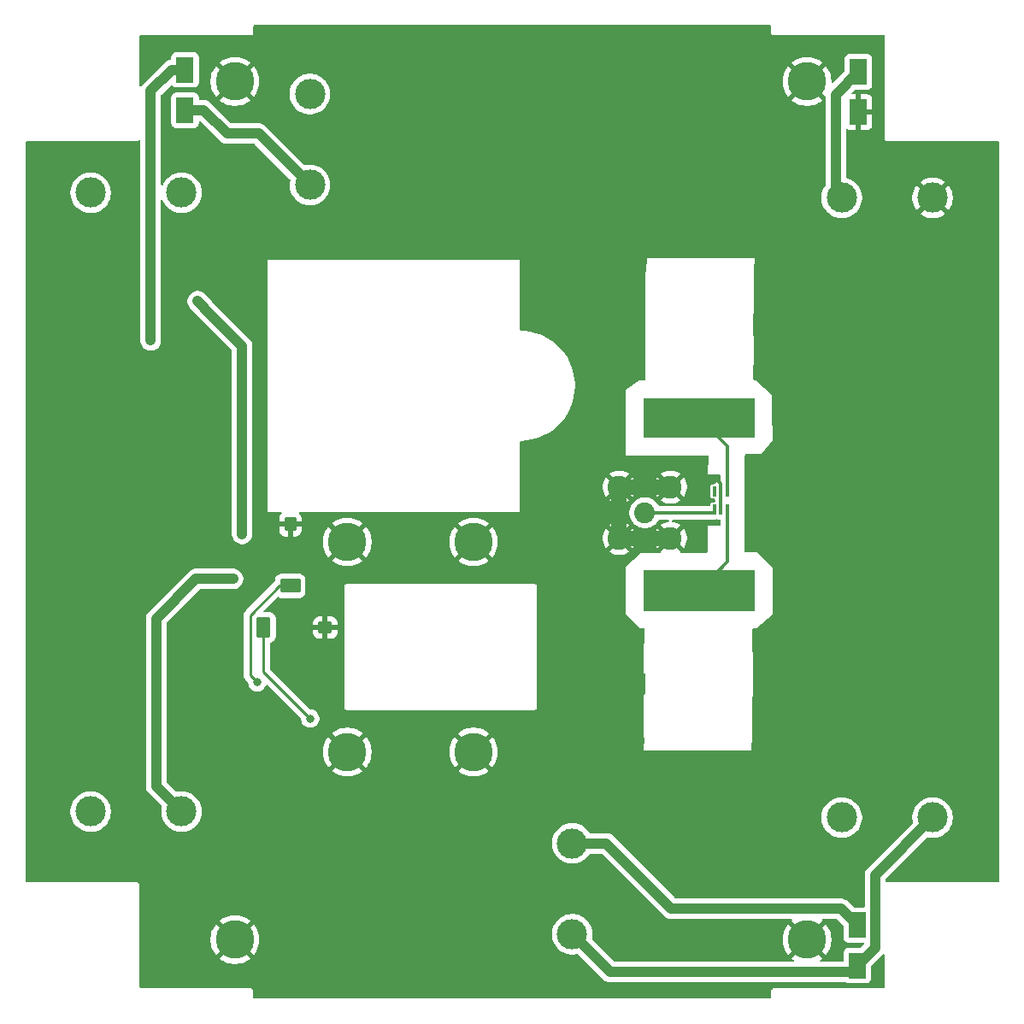
<source format=gtl>
%TF.GenerationSoftware,KiCad,Pcbnew,9.0.1*%
%TF.CreationDate,2025-04-22T22:25:35-07:00*%
%TF.ProjectId,ZPlus_Panel,5a506c75-735f-4506-916e-656c2e6b6963,2.4*%
%TF.SameCoordinates,Original*%
%TF.FileFunction,Copper,L1,Top*%
%TF.FilePolarity,Positive*%
%FSLAX46Y46*%
G04 Gerber Fmt 4.6, Leading zero omitted, Abs format (unit mm)*
G04 Created by KiCad (PCBNEW 9.0.1) date 2025-04-22 22:25:35*
%MOMM*%
%LPD*%
G01*
G04 APERTURE LIST*
G04 Aperture macros list*
%AMRoundRect*
0 Rectangle with rounded corners*
0 $1 Rounding radius*
0 $2 $3 $4 $5 $6 $7 $8 $9 X,Y pos of 4 corners*
0 Add a 4 corners polygon primitive as box body*
4,1,4,$2,$3,$4,$5,$6,$7,$8,$9,$2,$3,0*
0 Add four circle primitives for the rounded corners*
1,1,$1+$1,$2,$3*
1,1,$1+$1,$4,$5*
1,1,$1+$1,$6,$7*
1,1,$1+$1,$8,$9*
0 Add four rect primitives between the rounded corners*
20,1,$1+$1,$2,$3,$4,$5,0*
20,1,$1+$1,$4,$5,$6,$7,0*
20,1,$1+$1,$6,$7,$8,$9,0*
20,1,$1+$1,$8,$9,$2,$3,0*%
%AMFreePoly0*
4,1,5,2.000000,-5.500000,-2.000000,-5.500000,-2.000000,5.500000,2.000000,5.500000,2.000000,-5.500000,2.000000,-5.500000,$1*%
G04 Aperture macros list end*
%TA.AperFunction,ComponentPad*%
%ADD10C,3.000000*%
%TD*%
%TA.AperFunction,ComponentPad*%
%ADD11C,2.600000*%
%TD*%
%TA.AperFunction,ConnectorPad*%
%ADD12C,3.800000*%
%TD*%
%TA.AperFunction,SMDPad,CuDef*%
%ADD13RoundRect,0.175000X-0.825000X0.525000X-0.825000X-0.525000X0.825000X-0.525000X0.825000X0.525000X0*%
%TD*%
%TA.AperFunction,SMDPad,CuDef*%
%ADD14RoundRect,0.150000X-0.450000X0.550000X-0.450000X-0.550000X0.450000X-0.550000X0.450000X0.550000X0*%
%TD*%
%TA.AperFunction,SMDPad,CuDef*%
%ADD15R,1.700000X2.500000*%
%TD*%
%TA.AperFunction,WasherPad*%
%ADD16FreePoly0,90.000000*%
%TD*%
%TA.AperFunction,WasherPad*%
%ADD17R,11.000000X4.000000*%
%TD*%
%TA.AperFunction,SMDPad,CuDef*%
%ADD18R,3.000000X4.000000*%
%TD*%
%TA.AperFunction,SMDPad,CuDef*%
%ADD19RoundRect,0.175000X0.525000X0.825000X-0.525000X0.825000X-0.525000X-0.825000X0.525000X-0.825000X0*%
%TD*%
%TA.AperFunction,SMDPad,CuDef*%
%ADD20RoundRect,0.150000X0.550000X0.450000X-0.550000X0.450000X-0.550000X-0.450000X0.550000X-0.450000X0*%
%TD*%
%TA.AperFunction,SMDPad,CuDef*%
%ADD21R,0.350000X1.000000*%
%TD*%
%TA.AperFunction,ComponentPad*%
%ADD22C,2.050000*%
%TD*%
%TA.AperFunction,ComponentPad*%
%ADD23C,2.250000*%
%TD*%
%TA.AperFunction,ViaPad*%
%ADD24C,0.800000*%
%TD*%
%TA.AperFunction,Conductor*%
%ADD25C,0.342400*%
%TD*%
%TA.AperFunction,Conductor*%
%ADD26C,1.500000*%
%TD*%
%TA.AperFunction,Conductor*%
%ADD27C,1.000000*%
%TD*%
%TA.AperFunction,Conductor*%
%ADD28C,0.250000*%
%TD*%
G04 APERTURE END LIST*
D10*
%TO.P,SC2,1,+*%
%TO.N,Net-(D1-A)*%
X106738000Y-56893200D03*
%TO.P,SC2,2,-*%
%TO.N,Net-(D2-A)*%
X115738000Y-56893200D03*
%TD*%
D11*
%TO.P,H2,1,1*%
%TO.N,GND*%
X121026001Y-45885830D03*
D12*
X121026001Y-45885830D03*
%TD*%
D10*
%TO.P,SC4,1,+*%
%TO.N,Net-(D3-A)*%
X154438000Y-121350000D03*
%TO.P,SC4,2,-*%
%TO.N,Net-(D4-A)*%
X154438000Y-130350000D03*
%TD*%
D11*
%TO.P,H4,1,1*%
%TO.N,GND*%
X132163000Y-112293200D03*
D12*
X132163000Y-112293200D03*
%TD*%
D11*
%TO.P,H8,1,1*%
%TO.N,GND*%
X144663000Y-112293200D03*
D12*
X144663000Y-112293200D03*
%TD*%
D13*
%TO.P,D7,1,K*%
%TO.N,/Photodiodes and Op-Amp/IN1-*%
X126513000Y-95843200D03*
D14*
%TO.P,D7,2,A*%
%TO.N,GND*%
X126513000Y-89743200D03*
%TD*%
D11*
%TO.P,H7,1,1*%
%TO.N,GND*%
X144663000Y-91493200D03*
D12*
X144663000Y-91493200D03*
%TD*%
D11*
%TO.P,H5,1,1*%
%TO.N,GND*%
X177700001Y-45885830D03*
D12*
X177700001Y-45885830D03*
%TD*%
D15*
%TO.P,D0,1,K*%
%TO.N,VSOLAR*%
X116088000Y-44718200D03*
%TO.P,D0,2,A*%
%TO.N,Net-(D0-A)*%
X116088000Y-48718200D03*
%TD*%
D10*
%TO.P,SC1,1,+*%
%TO.N,Net-(D0-A)*%
X128463000Y-56118200D03*
%TO.P,SC1,2,-*%
%TO.N,Net-(D1-A)*%
X128463000Y-47118200D03*
%TD*%
%TO.P,SC6,1,+*%
%TO.N,Net-(D5-A)*%
X181138000Y-57393200D03*
%TO.P,SC6,2,-*%
%TO.N,GND*%
X190138000Y-57393200D03*
%TD*%
D16*
%TO.P,AE1,*%
%TO.N,*%
X167008000Y-96273200D03*
D17*
X167008000Y-79193200D03*
D18*
%TO.P,AE1,1*%
%TO.N,Net-(AE1-Pad1)*%
X170608000Y-96283200D03*
%TO.P,AE1,2*%
%TO.N,Net-(AE1-Pad2)*%
X170608000Y-79183200D03*
%TD*%
D10*
%TO.P,SC3,1,+*%
%TO.N,Net-(D2-A)*%
X115738000Y-118193200D03*
%TO.P,SC3,2,-*%
%TO.N,Net-(D3-A)*%
X106738000Y-118193200D03*
%TD*%
D11*
%TO.P,H6,1,1*%
%TO.N,GND*%
X177700001Y-130885830D03*
D12*
X177700001Y-130885830D03*
%TD*%
D19*
%TO.P,D8,1,K*%
%TO.N,/Photodiodes and Op-Amp/IN2-*%
X123863000Y-99968200D03*
D20*
%TO.P,D8,2,A*%
%TO.N,GND*%
X129963000Y-99968200D03*
%TD*%
D10*
%TO.P,SC5,1,+*%
%TO.N,Net-(D4-A)*%
X190138000Y-118793200D03*
%TO.P,SC5,2,-*%
%TO.N,Net-(D5-A)*%
X181138000Y-118793200D03*
%TD*%
D15*
%TO.P,D6,1,K*%
%TO.N,Net-(D5-A)*%
X182788000Y-44918200D03*
%TO.P,D6,2,A*%
%TO.N,GND*%
X182788000Y-48918200D03*
%TD*%
D11*
%TO.P,H1,1,1*%
%TO.N,GND*%
X121026001Y-130885830D03*
D12*
X121026001Y-130885830D03*
%TD*%
D21*
%TO.P,U2,1,UnBalanced_Port*%
%TO.N,Net-(J1-In)*%
X168512000Y-88277200D03*
%TO.P,U2,2,GND*%
%TO.N,GND*%
X169162000Y-88277200D03*
%TO.P,U2,3,Balanced_Port*%
%TO.N,Net-(AE1-Pad1)*%
X169812000Y-88277200D03*
%TO.P,U2,4,Balanced_Port*%
%TO.N,Net-(AE1-Pad2)*%
X169812000Y-86477200D03*
%TO.P,U2,5,GND*%
%TO.N,GND*%
X169162000Y-86477200D03*
%TO.P,U2,6,NC*%
%TO.N,unconnected-(U2-NC-Pad6)*%
X168512000Y-86477200D03*
%TD*%
D11*
%TO.P,H3,1,1*%
%TO.N,GND*%
X132163000Y-91493200D03*
D12*
X132163000Y-91493200D03*
%TD*%
D15*
%TO.P,D4,1,K*%
%TO.N,Net-(D3-A)*%
X182688000Y-129443200D03*
%TO.P,D4,2,A*%
%TO.N,Net-(D4-A)*%
X182688000Y-133443200D03*
%TD*%
D22*
%TO.P,J1,1,In*%
%TO.N,Net-(J1-In)*%
X161638000Y-88593200D03*
D23*
%TO.P,J1,2,Ext*%
%TO.N,GND*%
X159098000Y-91133200D03*
X164178000Y-91133200D03*
X159098000Y-86053200D03*
X164178000Y-86053200D03*
%TD*%
D24*
%TO.N,GND*%
X159563000Y-107668200D03*
X172313000Y-87693200D03*
X167038000Y-91993200D03*
X158838000Y-79193200D03*
X167038000Y-87193200D03*
X159038000Y-68993200D03*
X159563000Y-99668200D03*
X196038000Y-86218200D03*
X157938000Y-105218200D03*
X167038000Y-85393200D03*
X173390000Y-109609200D03*
X173390000Y-111609200D03*
X119688000Y-109743200D03*
X160838000Y-100793200D03*
X173390000Y-70049200D03*
X157938000Y-103218200D03*
X160838000Y-104793200D03*
X160638000Y-70593200D03*
X173390000Y-68049200D03*
X157938000Y-107218200D03*
X173390000Y-107609200D03*
X159038000Y-70993200D03*
X117088000Y-110943200D03*
X167038000Y-90193200D03*
X173390000Y-103609200D03*
X159563000Y-111668200D03*
X157688000Y-68093200D03*
X160638000Y-66593200D03*
X159038000Y-64993200D03*
X157938000Y-111218200D03*
X173738000Y-85693200D03*
X160638000Y-64993200D03*
X160838000Y-110193200D03*
X172313000Y-85693200D03*
X173738000Y-91693200D03*
X157938000Y-101218200D03*
X157513000Y-81668200D03*
X160638000Y-63593200D03*
X158838000Y-81193200D03*
X158838000Y-97793200D03*
X157688000Y-76093200D03*
X157688000Y-70093200D03*
X158838000Y-83593200D03*
X159563000Y-109668200D03*
X157938000Y-99218200D03*
X157763000Y-97293200D03*
X115738000Y-101793200D03*
X122338000Y-114643200D03*
X164912000Y-83669200D03*
X173390000Y-74049200D03*
X160838000Y-102793200D03*
X144513000Y-43168200D03*
X172313000Y-83693200D03*
X147713000Y-130343200D03*
X158838000Y-93793200D03*
X173390000Y-105609200D03*
X160638000Y-72593200D03*
X173390000Y-72049200D03*
X153888000Y-50243200D03*
X102313000Y-123868200D03*
X158838000Y-75193200D03*
X172313000Y-89693200D03*
X160838000Y-111993200D03*
X158838000Y-73193200D03*
X157513000Y-83668200D03*
X157613000Y-77993200D03*
X172313000Y-91693200D03*
X158838000Y-95793200D03*
X159038000Y-66993200D03*
X157763000Y-95293200D03*
X157613000Y-79993200D03*
X119338000Y-102893200D03*
X160838000Y-106793200D03*
X173390000Y-101609200D03*
X159563000Y-105668200D03*
X121338000Y-125293200D03*
X162912000Y-83669200D03*
X159038000Y-63593200D03*
X157938000Y-109218200D03*
X157688000Y-72093200D03*
X172763000Y-136093200D03*
X159738000Y-131843200D03*
X173390000Y-64049200D03*
X157688000Y-74093200D03*
X160838000Y-108793200D03*
X173390000Y-66049200D03*
X122938000Y-113818200D03*
X159563000Y-101668200D03*
X159563000Y-103668200D03*
X122488000Y-108043200D03*
X115638000Y-109293200D03*
X173738000Y-87693200D03*
X173738000Y-83693200D03*
X173738000Y-89693200D03*
X155038000Y-126543200D03*
X160638000Y-68593200D03*
X157363000Y-93843200D03*
X160912000Y-83669200D03*
X166912000Y-83669200D03*
X158838000Y-77193200D03*
X160638000Y-74593200D03*
%TO.N,VSOLAR*%
X112688000Y-71543200D03*
%TO.N,Net-(D2-A)*%
X120863000Y-95143200D03*
X121738000Y-90693200D03*
X117338000Y-67643200D03*
%TO.N,/Photodiodes and Op-Amp/IN1-*%
X123238000Y-105393200D03*
%TO.N,/Photodiodes and Op-Amp/IN2-*%
X128488000Y-108993200D03*
%TD*%
D25*
%TO.N,Net-(AE1-Pad1)*%
X167008000Y-96273200D02*
X169812000Y-93469200D01*
X169812000Y-93469200D02*
X169812000Y-88277200D01*
%TO.N,Net-(AE1-Pad2)*%
X169812000Y-81997200D02*
X167008000Y-79193200D01*
X169812000Y-86477200D02*
X169812000Y-81997200D01*
D26*
%TO.N,GND*%
X159098000Y-91133200D02*
X164178000Y-91133200D01*
X159098000Y-86053200D02*
X159098000Y-91133200D01*
X164178000Y-86053200D02*
X159098000Y-86053200D01*
D25*
X169162000Y-86477200D02*
X169162000Y-85709800D01*
X168845400Y-85393200D02*
X167038000Y-85393200D01*
X169162000Y-85709800D02*
X168845400Y-85393200D01*
X169162000Y-86477200D02*
X169162000Y-88277200D01*
D27*
%TO.N,VSOLAR*%
X112688000Y-46818200D02*
X114788000Y-44718200D01*
X112688000Y-71543200D02*
X112688000Y-46818200D01*
X114788000Y-44718200D02*
X116088000Y-44718200D01*
%TO.N,Net-(D2-A)*%
X118013000Y-68318200D02*
X118013000Y-68343200D01*
X120863000Y-95143200D02*
X117188000Y-95143200D01*
X113238000Y-99093200D02*
X113238000Y-115693200D01*
X118013000Y-68343200D02*
X121738000Y-72068200D01*
X113238000Y-115693200D02*
X115738000Y-118193200D01*
X117188000Y-95143200D02*
X113238000Y-99093200D01*
X117338000Y-67643200D02*
X118013000Y-68318200D01*
X121738000Y-72068200D02*
X121738000Y-90693200D01*
%TO.N,Net-(D3-A)*%
X182688000Y-129443200D02*
X181063000Y-127818200D01*
X181063000Y-127818200D02*
X164263000Y-127818200D01*
X164263000Y-127818200D02*
X157794800Y-121350000D01*
X157794800Y-121350000D02*
X154438000Y-121350000D01*
%TO.N,Net-(D4-A)*%
X182688000Y-133443200D02*
X182030000Y-134101200D01*
X184438000Y-124493200D02*
X190138000Y-118793200D01*
X158201200Y-134101200D02*
X154450000Y-130350000D01*
X154450000Y-130350000D02*
X154438000Y-130350000D01*
X182030000Y-134101200D02*
X158201200Y-134101200D01*
X184438000Y-131693200D02*
X184438000Y-124493200D01*
X182688000Y-133443200D02*
X184438000Y-131693200D01*
%TO.N,Net-(D5-A)*%
X180538000Y-56793200D02*
X181138000Y-57393200D01*
X180538000Y-47168200D02*
X180538000Y-56793200D01*
X182788000Y-44918200D02*
X180538000Y-47168200D01*
%TO.N,Net-(D0-A)*%
X116088000Y-48718200D02*
X117913000Y-48718200D01*
X120238000Y-51043200D02*
X123388000Y-51043200D01*
X123388000Y-51043200D02*
X128463000Y-56118200D01*
X117913000Y-48718200D02*
X120238000Y-51043200D01*
D25*
%TO.N,Net-(J1-In)*%
X168390000Y-88633200D02*
X161678000Y-88633200D01*
D28*
X161678000Y-88633200D02*
X161638000Y-88593200D01*
%TO.N,/Photodiodes and Op-Amp/IN1-*%
X122538000Y-98743200D02*
X122538000Y-104693200D01*
X126513000Y-95843200D02*
X125438000Y-95843200D01*
X125438000Y-95843200D02*
X122538000Y-98743200D01*
X122538000Y-104693200D02*
X123238000Y-105393200D01*
%TO.N,/Photodiodes and Op-Amp/IN2-*%
X123863000Y-104368200D02*
X128488000Y-108993200D01*
X123863000Y-99968200D02*
X123863000Y-104368200D01*
%TD*%
%TA.AperFunction,Conductor*%
%TO.N,GND*%
G36*
X168773185Y-89239636D02*
G01*
X168877912Y-89278696D01*
X168877910Y-89278696D01*
X168938392Y-89285198D01*
X168938420Y-89285200D01*
X169030800Y-89285200D01*
X169090460Y-89304585D01*
X169127332Y-89355335D01*
X169132300Y-89386700D01*
X169132300Y-89765300D01*
X169112915Y-89824960D01*
X169062165Y-89861832D01*
X169030800Y-89866800D01*
X167820800Y-89866800D01*
X167820800Y-92457700D01*
X167801415Y-92517360D01*
X167750665Y-92554232D01*
X167719300Y-92559200D01*
X165240527Y-92559200D01*
X165180867Y-92539815D01*
X165143995Y-92489065D01*
X165139878Y-92454288D01*
X164574562Y-91888971D01*
X164580626Y-91886460D01*
X164719844Y-91793438D01*
X164838238Y-91675044D01*
X164931260Y-91535826D01*
X164933771Y-91529761D01*
X165498256Y-92094246D01*
X165574670Y-91989073D01*
X165574671Y-91989071D01*
X165691360Y-91760057D01*
X165691361Y-91760055D01*
X165770790Y-91515597D01*
X165770793Y-91515587D01*
X165810999Y-91261727D01*
X165811000Y-91261716D01*
X165811000Y-91004683D01*
X165810999Y-91004672D01*
X165770793Y-90750812D01*
X165770790Y-90750802D01*
X165691361Y-90506344D01*
X165691360Y-90506342D01*
X165574669Y-90277325D01*
X165574665Y-90277318D01*
X165498257Y-90172151D01*
X164933771Y-90736637D01*
X164931260Y-90730574D01*
X164838238Y-90591356D01*
X164719844Y-90472962D01*
X164580626Y-90379940D01*
X164574561Y-90377428D01*
X165139047Y-89812941D01*
X165033881Y-89736534D01*
X165033874Y-89736530D01*
X164804857Y-89619839D01*
X164804855Y-89619838D01*
X164560397Y-89540409D01*
X164560387Y-89540406D01*
X164397759Y-89514650D01*
X164341865Y-89486172D01*
X164313386Y-89430279D01*
X164323199Y-89368321D01*
X164367555Y-89323963D01*
X164413636Y-89312900D01*
X168456945Y-89312900D01*
X168588261Y-89286780D01*
X168698874Y-89240962D01*
X168761410Y-89236042D01*
X168773185Y-89239636D01*
G37*
%TD.AperFunction*%
%TA.AperFunction,Conductor*%
G36*
X169170615Y-86712232D02*
G01*
X169182274Y-86733050D01*
X169209655Y-86799156D01*
X169209656Y-86799157D01*
X169209657Y-86799159D01*
X169284042Y-86910484D01*
X169284045Y-86910487D01*
X169307271Y-86933713D01*
X169335750Y-86989606D01*
X169337000Y-87005484D01*
X169337000Y-87748916D01*
X169317615Y-87808576D01*
X169307271Y-87820687D01*
X169284045Y-87843912D01*
X169284038Y-87843921D01*
X169209656Y-87955242D01*
X169209655Y-87955243D01*
X169182274Y-88021349D01*
X169141534Y-88069050D01*
X169080537Y-88083694D01*
X169022581Y-88059688D01*
X168989804Y-88006202D01*
X168987000Y-87982507D01*
X168987000Y-86771892D01*
X169006385Y-86712232D01*
X169057135Y-86675360D01*
X169119865Y-86675360D01*
X169170615Y-86712232D01*
G37*
%TD.AperFunction*%
%TA.AperFunction,Conductor*%
G36*
X174107660Y-40319885D02*
G01*
X174144532Y-40370635D01*
X174149500Y-40402000D01*
X174149500Y-41039563D01*
X174169976Y-41115981D01*
X174169981Y-41115995D01*
X174202637Y-41172554D01*
X174209540Y-41184511D01*
X174209542Y-41184513D01*
X174209545Y-41184517D01*
X174265482Y-41240454D01*
X174265485Y-41240456D01*
X174265489Y-41240460D01*
X174293771Y-41256789D01*
X174334004Y-41280018D01*
X174334008Y-41280019D01*
X174334011Y-41280021D01*
X174334016Y-41280022D01*
X174334018Y-41280023D01*
X174410436Y-41300500D01*
X174410438Y-41300500D01*
X174489562Y-41300500D01*
X185298000Y-41300500D01*
X185357660Y-41319885D01*
X185394532Y-41370635D01*
X185399500Y-41402000D01*
X185399500Y-51539563D01*
X185419976Y-51615981D01*
X185419981Y-51615995D01*
X185452637Y-51672554D01*
X185459540Y-51684511D01*
X185459542Y-51684513D01*
X185459545Y-51684517D01*
X185515482Y-51740454D01*
X185515485Y-51740456D01*
X185515489Y-51740460D01*
X185543771Y-51756789D01*
X185584004Y-51780018D01*
X185584008Y-51780019D01*
X185584011Y-51780021D01*
X185584016Y-51780022D01*
X185584018Y-51780023D01*
X185660436Y-51800500D01*
X185660438Y-51800500D01*
X196598000Y-51800500D01*
X196657660Y-51819885D01*
X196694532Y-51870635D01*
X196699500Y-51902000D01*
X196699500Y-125098000D01*
X196680115Y-125157660D01*
X196629365Y-125194532D01*
X196598000Y-125199500D01*
X185660436Y-125199500D01*
X185580108Y-125221023D01*
X185579365Y-125221564D01*
X185578093Y-125221564D01*
X185577585Y-125221700D01*
X185577549Y-125221564D01*
X185551796Y-125221564D01*
X185524302Y-125223727D01*
X185520773Y-125221564D01*
X185516635Y-125221564D01*
X185494332Y-125205360D01*
X185470817Y-125190949D01*
X185469232Y-125187124D01*
X185465885Y-125184692D01*
X185457364Y-125158468D01*
X185446813Y-125132993D01*
X185446500Y-125125032D01*
X185446500Y-124952975D01*
X185465885Y-124893315D01*
X185476223Y-124881210D01*
X189581465Y-120775967D01*
X189637356Y-120747490D01*
X189679500Y-120749697D01*
X189745320Y-120767334D01*
X190006356Y-120801700D01*
X190006361Y-120801700D01*
X190269639Y-120801700D01*
X190269644Y-120801700D01*
X190530680Y-120767334D01*
X190784997Y-120699190D01*
X191028243Y-120598434D01*
X191256257Y-120466790D01*
X191465138Y-120306511D01*
X191651311Y-120120338D01*
X191811590Y-119911457D01*
X191943234Y-119683443D01*
X192043990Y-119440197D01*
X192112134Y-119185880D01*
X192146500Y-118924844D01*
X192146500Y-118661556D01*
X192112134Y-118400520D01*
X192043990Y-118146203D01*
X191943234Y-117902957D01*
X191811590Y-117674943D01*
X191651311Y-117466062D01*
X191651306Y-117466057D01*
X191651305Y-117466055D01*
X191465144Y-117279894D01*
X191465142Y-117279893D01*
X191465138Y-117279889D01*
X191256257Y-117119610D01*
X191028243Y-116987966D01*
X191028241Y-116987965D01*
X190784996Y-116887209D01*
X190784993Y-116887208D01*
X190530680Y-116819066D01*
X190530684Y-116819066D01*
X190414664Y-116803792D01*
X190269644Y-116784700D01*
X190006356Y-116784700D01*
X189843208Y-116806178D01*
X189745317Y-116819066D01*
X189491006Y-116887208D01*
X189491003Y-116887209D01*
X189247758Y-116987965D01*
X189019744Y-117119609D01*
X188810857Y-117279893D01*
X188810855Y-117279894D01*
X188624694Y-117466055D01*
X188624693Y-117466057D01*
X188464409Y-117674944D01*
X188332765Y-117902958D01*
X188232009Y-118146203D01*
X188232008Y-118146206D01*
X188163866Y-118400517D01*
X188163866Y-118400520D01*
X188129500Y-118661556D01*
X188129500Y-118924844D01*
X188150380Y-119083441D01*
X188163866Y-119185881D01*
X188163866Y-119185884D01*
X188181500Y-119251695D01*
X188178216Y-119314340D01*
X188155229Y-119349735D01*
X183795119Y-123709847D01*
X183654650Y-123850315D01*
X183654643Y-123850324D01*
X183544277Y-124015497D01*
X183544277Y-124015498D01*
X183468257Y-124199028D01*
X183468256Y-124199029D01*
X183429500Y-124393870D01*
X183429500Y-127583200D01*
X183410115Y-127642860D01*
X183359365Y-127679732D01*
X183328000Y-127684700D01*
X182397776Y-127684700D01*
X182338116Y-127665315D01*
X182326005Y-127654971D01*
X181705884Y-127034850D01*
X181705881Y-127034847D01*
X181540704Y-126924479D01*
X181540703Y-126924478D01*
X181540701Y-126924477D01*
X181357171Y-126848457D01*
X181357170Y-126848456D01*
X181162329Y-126809700D01*
X164722776Y-126809700D01*
X164663116Y-126790315D01*
X164651005Y-126779971D01*
X158437684Y-120566650D01*
X158437681Y-120566647D01*
X158272504Y-120456279D01*
X158272503Y-120456278D01*
X158272501Y-120456277D01*
X158088971Y-120380257D01*
X158088970Y-120380256D01*
X157894129Y-120341500D01*
X156233559Y-120341500D01*
X156173899Y-120322115D01*
X156145658Y-120290750D01*
X156111596Y-120231754D01*
X156111590Y-120231743D01*
X155951311Y-120022862D01*
X155951306Y-120022857D01*
X155951305Y-120022855D01*
X155765144Y-119836694D01*
X155765142Y-119836693D01*
X155765138Y-119836689D01*
X155556257Y-119676410D01*
X155328243Y-119544766D01*
X155328241Y-119544765D01*
X155084996Y-119444009D01*
X155084993Y-119444008D01*
X154830680Y-119375866D01*
X154830684Y-119375866D01*
X154714664Y-119360592D01*
X154569644Y-119341500D01*
X154306356Y-119341500D01*
X154143208Y-119362978D01*
X154045317Y-119375866D01*
X153791006Y-119444008D01*
X153791003Y-119444009D01*
X153547758Y-119544765D01*
X153319744Y-119676409D01*
X153110857Y-119836693D01*
X153110855Y-119836694D01*
X152924694Y-120022855D01*
X152924693Y-120022857D01*
X152764409Y-120231744D01*
X152632765Y-120459758D01*
X152532009Y-120703003D01*
X152532008Y-120703006D01*
X152463866Y-120957317D01*
X152463866Y-120957320D01*
X152429500Y-121218356D01*
X152429500Y-121481644D01*
X152454047Y-121668098D01*
X152463866Y-121742682D01*
X152532008Y-121996993D01*
X152532009Y-121996996D01*
X152632765Y-122240241D01*
X152632766Y-122240243D01*
X152764410Y-122468257D01*
X152924689Y-122677138D01*
X152924693Y-122677142D01*
X152924694Y-122677144D01*
X153110855Y-122863305D01*
X153110857Y-122863306D01*
X153110862Y-122863311D01*
X153319743Y-123023590D01*
X153547757Y-123155234D01*
X153791003Y-123255990D01*
X153791006Y-123255991D01*
X153844748Y-123270391D01*
X154045316Y-123324133D01*
X154045317Y-123324133D01*
X154045320Y-123324134D01*
X154306356Y-123358500D01*
X154306361Y-123358500D01*
X154569639Y-123358500D01*
X154569644Y-123358500D01*
X154830680Y-123324134D01*
X155084997Y-123255990D01*
X155328243Y-123155234D01*
X155556257Y-123023590D01*
X155765138Y-122863311D01*
X155951311Y-122677138D01*
X156111590Y-122468257D01*
X156145658Y-122409250D01*
X156192276Y-122367275D01*
X156233559Y-122358500D01*
X157335024Y-122358500D01*
X157394684Y-122377885D01*
X157406795Y-122388229D01*
X163620119Y-128601553D01*
X163785296Y-128711921D01*
X163968831Y-128787944D01*
X164163671Y-128826700D01*
X164362329Y-128826700D01*
X176129865Y-128826700D01*
X176189525Y-128846085D01*
X176226397Y-128896835D01*
X176226397Y-128959565D01*
X176193149Y-129007556D01*
X176186354Y-129012974D01*
X177120539Y-129947159D01*
X176983399Y-130046797D01*
X176860968Y-130169228D01*
X176761330Y-130306368D01*
X175827145Y-129372183D01*
X175733040Y-129490188D01*
X175733038Y-129490191D01*
X175589142Y-129719198D01*
X175589138Y-129719205D01*
X175471795Y-129962873D01*
X175471790Y-129962883D01*
X175382471Y-130218141D01*
X175382465Y-130218164D01*
X175322283Y-130481836D01*
X175292001Y-130750594D01*
X175292001Y-131021065D01*
X175322283Y-131289823D01*
X175382465Y-131553495D01*
X175382471Y-131553518D01*
X175471790Y-131808776D01*
X175471795Y-131808786D01*
X175589138Y-132052454D01*
X175589147Y-132052469D01*
X175733030Y-132281458D01*
X175733035Y-132281464D01*
X175827145Y-132399475D01*
X176761329Y-131465290D01*
X176860968Y-131602432D01*
X176983399Y-131724863D01*
X177120539Y-131824500D01*
X176186354Y-132758684D01*
X176304366Y-132852795D01*
X176304372Y-132852800D01*
X176387858Y-132905258D01*
X176428061Y-132953412D01*
X176432280Y-133016001D01*
X176398906Y-133069116D01*
X176340685Y-133092470D01*
X176333857Y-133092700D01*
X158660976Y-133092700D01*
X158601316Y-133073315D01*
X158589205Y-133062971D01*
X156423305Y-130897071D01*
X156414213Y-130879228D01*
X156401232Y-130863973D01*
X156400475Y-130852265D01*
X156394826Y-130841178D01*
X156396423Y-130801427D01*
X156396704Y-130800262D01*
X156412134Y-130742680D01*
X156446500Y-130481644D01*
X156446500Y-130218356D01*
X156412134Y-129957320D01*
X156348331Y-129719205D01*
X156343991Y-129703006D01*
X156343990Y-129703003D01*
X156243234Y-129459757D01*
X156111590Y-129231743D01*
X155951311Y-129022862D01*
X155951306Y-129022857D01*
X155951305Y-129022855D01*
X155765144Y-128836694D01*
X155765142Y-128836693D01*
X155765138Y-128836689D01*
X155556257Y-128676410D01*
X155328243Y-128544766D01*
X155239753Y-128508112D01*
X155084996Y-128444009D01*
X155084993Y-128444008D01*
X154830680Y-128375866D01*
X154830684Y-128375866D01*
X154714664Y-128360592D01*
X154569644Y-128341500D01*
X154306356Y-128341500D01*
X154143208Y-128362978D01*
X154045317Y-128375866D01*
X153791006Y-128444008D01*
X153791003Y-128444009D01*
X153547758Y-128544765D01*
X153319744Y-128676409D01*
X153110857Y-128836693D01*
X153110855Y-128836694D01*
X152924694Y-129022855D01*
X152924693Y-129022857D01*
X152764409Y-129231744D01*
X152632765Y-129459758D01*
X152532009Y-129703003D01*
X152532008Y-129703006D01*
X152463866Y-129957317D01*
X152452086Y-130046797D01*
X152429500Y-130218356D01*
X152429500Y-130481644D01*
X152454047Y-130668098D01*
X152463866Y-130742682D01*
X152532008Y-130996993D01*
X152532009Y-130996996D01*
X152616801Y-131201700D01*
X152632766Y-131240243D01*
X152764410Y-131468257D01*
X152924689Y-131677138D01*
X152924693Y-131677142D01*
X152924694Y-131677144D01*
X153110855Y-131863305D01*
X153110857Y-131863306D01*
X153110862Y-131863311D01*
X153319743Y-132023590D01*
X153547757Y-132155234D01*
X153791003Y-132255990D01*
X153791006Y-132255991D01*
X153844748Y-132270391D01*
X154045316Y-132324133D01*
X154045317Y-132324133D01*
X154045320Y-132324134D01*
X154306356Y-132358500D01*
X154306361Y-132358500D01*
X154569639Y-132358500D01*
X154569644Y-132358500D01*
X154830680Y-132324134D01*
X154905958Y-132303963D01*
X154968602Y-132307245D01*
X155003999Y-132330233D01*
X157558314Y-134884549D01*
X157558319Y-134884553D01*
X157723499Y-134994924D01*
X157853241Y-135048663D01*
X157853275Y-135048677D01*
X157907031Y-135070944D01*
X158101871Y-135109700D01*
X181512075Y-135109700D01*
X181571735Y-135129085D01*
X181572899Y-135129943D01*
X181591796Y-135144089D01*
X181728799Y-135195189D01*
X181789362Y-135201700D01*
X181789372Y-135201700D01*
X183586628Y-135201700D01*
X183586638Y-135201700D01*
X183647201Y-135195189D01*
X183784204Y-135144089D01*
X183901261Y-135056461D01*
X183988889Y-134939404D01*
X184039989Y-134802401D01*
X184046500Y-134741838D01*
X184046500Y-133552976D01*
X184065885Y-133493316D01*
X184076229Y-133481205D01*
X184648350Y-132909085D01*
X185221354Y-132336081D01*
X185221354Y-132336080D01*
X185224880Y-132332555D01*
X185226294Y-132333969D01*
X185272365Y-132304473D01*
X185334987Y-132308161D01*
X185383481Y-132347953D01*
X185399500Y-132402682D01*
X185399500Y-135598000D01*
X185380115Y-135657660D01*
X185329365Y-135694532D01*
X185298000Y-135699500D01*
X174410436Y-135699500D01*
X174334018Y-135719976D01*
X174334004Y-135719981D01*
X174265492Y-135759538D01*
X174265482Y-135759545D01*
X174209545Y-135815482D01*
X174209538Y-135815492D01*
X174169981Y-135884004D01*
X174169976Y-135884018D01*
X174149500Y-135960436D01*
X174149500Y-136598000D01*
X174130115Y-136657660D01*
X174079365Y-136694532D01*
X174048000Y-136699500D01*
X122952000Y-136699500D01*
X122892340Y-136680115D01*
X122855468Y-136629365D01*
X122850500Y-136598000D01*
X122850500Y-135960436D01*
X122830023Y-135884018D01*
X122830018Y-135884004D01*
X122806789Y-135843771D01*
X122790460Y-135815489D01*
X122790456Y-135815485D01*
X122790454Y-135815482D01*
X122734517Y-135759545D01*
X122734513Y-135759542D01*
X122734511Y-135759540D01*
X122722554Y-135752637D01*
X122665995Y-135719981D01*
X122665981Y-135719976D01*
X122589564Y-135699500D01*
X122589562Y-135699500D01*
X111702000Y-135699500D01*
X111642340Y-135680115D01*
X111605468Y-135629365D01*
X111600500Y-135598000D01*
X111600500Y-130750594D01*
X118618001Y-130750594D01*
X118618001Y-131021065D01*
X118648283Y-131289823D01*
X118708465Y-131553495D01*
X118708471Y-131553518D01*
X118797790Y-131808776D01*
X118797795Y-131808786D01*
X118915138Y-132052454D01*
X118915147Y-132052469D01*
X119059030Y-132281458D01*
X119059035Y-132281464D01*
X119153145Y-132399475D01*
X120087329Y-131465290D01*
X120186968Y-131602432D01*
X120309399Y-131724863D01*
X120446539Y-131824500D01*
X119512354Y-132758684D01*
X119630366Y-132852795D01*
X119630372Y-132852800D01*
X119859361Y-132996683D01*
X119859376Y-132996692D01*
X120103044Y-133114035D01*
X120103054Y-133114040D01*
X120358312Y-133203359D01*
X120358335Y-133203365D01*
X120622008Y-133263547D01*
X120622006Y-133263547D01*
X120890765Y-133293829D01*
X120890774Y-133293830D01*
X121161228Y-133293830D01*
X121161236Y-133293829D01*
X121429994Y-133263547D01*
X121693666Y-133203365D01*
X121693689Y-133203359D01*
X121948947Y-133114040D01*
X121948957Y-133114035D01*
X122192625Y-132996692D01*
X122192640Y-132996683D01*
X122421629Y-132852800D01*
X122421635Y-132852795D01*
X122539646Y-132758684D01*
X121605462Y-131824500D01*
X121742603Y-131724863D01*
X121865034Y-131602432D01*
X121964671Y-131465291D01*
X122898855Y-132399475D01*
X122992966Y-132281464D01*
X122992971Y-132281458D01*
X123136854Y-132052469D01*
X123136863Y-132052454D01*
X123254206Y-131808786D01*
X123254211Y-131808776D01*
X123343530Y-131553518D01*
X123343536Y-131553495D01*
X123403718Y-131289823D01*
X123434000Y-131021065D01*
X123434001Y-131021057D01*
X123434001Y-130750602D01*
X123434000Y-130750594D01*
X123403718Y-130481836D01*
X123343536Y-130218164D01*
X123343530Y-130218141D01*
X123254211Y-129962883D01*
X123254206Y-129962873D01*
X123136863Y-129719205D01*
X123136854Y-129719190D01*
X122992971Y-129490201D01*
X122992966Y-129490195D01*
X122898855Y-129372183D01*
X121964670Y-130306367D01*
X121865034Y-130169228D01*
X121742603Y-130046797D01*
X121605462Y-129947159D01*
X122539646Y-129012974D01*
X122421635Y-128918864D01*
X122421629Y-128918859D01*
X122192640Y-128774976D01*
X122192625Y-128774967D01*
X121948957Y-128657624D01*
X121948947Y-128657619D01*
X121693689Y-128568300D01*
X121693666Y-128568294D01*
X121429993Y-128508112D01*
X121429995Y-128508112D01*
X121161236Y-128477830D01*
X120890765Y-128477830D01*
X120622007Y-128508112D01*
X120358335Y-128568294D01*
X120358312Y-128568300D01*
X120103054Y-128657619D01*
X120103044Y-128657624D01*
X119859376Y-128774967D01*
X119859369Y-128774971D01*
X119630362Y-128918867D01*
X119630359Y-128918869D01*
X119512354Y-129012974D01*
X120446539Y-129947159D01*
X120309399Y-130046797D01*
X120186968Y-130169228D01*
X120087330Y-130306368D01*
X119153145Y-129372183D01*
X119059040Y-129490188D01*
X119059038Y-129490191D01*
X118915142Y-129719198D01*
X118915138Y-129719205D01*
X118797795Y-129962873D01*
X118797790Y-129962883D01*
X118708471Y-130218141D01*
X118708465Y-130218164D01*
X118648283Y-130481836D01*
X118618001Y-130750594D01*
X111600500Y-130750594D01*
X111600500Y-125460436D01*
X111580023Y-125384018D01*
X111580018Y-125384004D01*
X111553500Y-125338075D01*
X111540460Y-125315489D01*
X111540456Y-125315485D01*
X111540454Y-125315482D01*
X111484517Y-125259545D01*
X111484513Y-125259542D01*
X111484511Y-125259540D01*
X111472554Y-125252637D01*
X111415995Y-125219981D01*
X111415981Y-125219976D01*
X111339564Y-125199500D01*
X111339562Y-125199500D01*
X100402000Y-125199500D01*
X100342340Y-125180115D01*
X100305468Y-125129365D01*
X100300500Y-125098000D01*
X100300500Y-118061556D01*
X104729500Y-118061556D01*
X104729500Y-118324844D01*
X104739463Y-118400517D01*
X104763866Y-118585882D01*
X104832008Y-118840193D01*
X104832009Y-118840196D01*
X104867072Y-118924844D01*
X104932766Y-119083443D01*
X105064410Y-119311457D01*
X105224689Y-119520338D01*
X105224693Y-119520342D01*
X105224694Y-119520344D01*
X105410855Y-119706505D01*
X105410857Y-119706506D01*
X105410862Y-119706511D01*
X105619743Y-119866790D01*
X105847757Y-119998434D01*
X106091003Y-120099190D01*
X106091006Y-120099191D01*
X106144748Y-120113591D01*
X106345316Y-120167333D01*
X106345317Y-120167333D01*
X106345320Y-120167334D01*
X106606356Y-120201700D01*
X106606361Y-120201700D01*
X106869639Y-120201700D01*
X106869644Y-120201700D01*
X107130680Y-120167334D01*
X107384997Y-120099190D01*
X107628243Y-119998434D01*
X107856257Y-119866790D01*
X108065138Y-119706511D01*
X108251311Y-119520338D01*
X108411590Y-119311457D01*
X108543234Y-119083443D01*
X108643990Y-118840197D01*
X108712134Y-118585880D01*
X108746500Y-118324844D01*
X108746500Y-118061556D01*
X108712134Y-117800520D01*
X108643990Y-117546203D01*
X108543234Y-117302957D01*
X108411590Y-117074943D01*
X108251311Y-116866062D01*
X108251306Y-116866057D01*
X108251305Y-116866055D01*
X108065144Y-116679894D01*
X108065142Y-116679893D01*
X108065138Y-116679889D01*
X107856257Y-116519610D01*
X107628243Y-116387966D01*
X107628241Y-116387965D01*
X107384996Y-116287209D01*
X107384993Y-116287208D01*
X107130680Y-116219066D01*
X107130684Y-116219066D01*
X107014664Y-116203792D01*
X106869644Y-116184700D01*
X106606356Y-116184700D01*
X106443208Y-116206178D01*
X106345317Y-116219066D01*
X106091006Y-116287208D01*
X106091003Y-116287209D01*
X105847758Y-116387965D01*
X105619744Y-116519609D01*
X105410857Y-116679893D01*
X105410855Y-116679894D01*
X105224694Y-116866055D01*
X105224693Y-116866057D01*
X105224689Y-116866061D01*
X105224689Y-116866062D01*
X105208462Y-116887210D01*
X105064409Y-117074944D01*
X104932765Y-117302958D01*
X104832009Y-117546203D01*
X104832008Y-117546206D01*
X104763866Y-117800517D01*
X104763866Y-117800520D01*
X104729500Y-118061556D01*
X100300500Y-118061556D01*
X100300500Y-98993870D01*
X112229500Y-98993870D01*
X112229500Y-115792527D01*
X112268256Y-115987367D01*
X112268257Y-115987371D01*
X112344277Y-116170901D01*
X112344277Y-116170902D01*
X112398377Y-116251867D01*
X112454647Y-116336081D01*
X112454650Y-116336084D01*
X113755229Y-117636663D01*
X113783708Y-117692556D01*
X113781500Y-117734702D01*
X113763867Y-117800511D01*
X113763866Y-117800518D01*
X113763866Y-117800520D01*
X113729500Y-118061556D01*
X113729500Y-118324844D01*
X113739463Y-118400517D01*
X113763866Y-118585882D01*
X113832008Y-118840193D01*
X113832009Y-118840196D01*
X113867072Y-118924844D01*
X113932766Y-119083443D01*
X114064410Y-119311457D01*
X114224689Y-119520338D01*
X114224693Y-119520342D01*
X114224694Y-119520344D01*
X114410855Y-119706505D01*
X114410857Y-119706506D01*
X114410862Y-119706511D01*
X114619743Y-119866790D01*
X114847757Y-119998434D01*
X115091003Y-120099190D01*
X115091006Y-120099191D01*
X115144748Y-120113591D01*
X115345316Y-120167333D01*
X115345317Y-120167333D01*
X115345320Y-120167334D01*
X115606356Y-120201700D01*
X115606361Y-120201700D01*
X115869639Y-120201700D01*
X115869644Y-120201700D01*
X116130680Y-120167334D01*
X116384997Y-120099190D01*
X116628243Y-119998434D01*
X116856257Y-119866790D01*
X117065138Y-119706511D01*
X117251311Y-119520338D01*
X117411590Y-119311457D01*
X117543234Y-119083443D01*
X117643990Y-118840197D01*
X117691857Y-118661556D01*
X179129500Y-118661556D01*
X179129500Y-118924844D01*
X179150380Y-119083441D01*
X179163866Y-119185882D01*
X179232008Y-119440193D01*
X179232009Y-119440196D01*
X179275324Y-119544766D01*
X179332766Y-119683443D01*
X179464410Y-119911457D01*
X179624689Y-120120338D01*
X179624693Y-120120342D01*
X179624694Y-120120344D01*
X179810855Y-120306505D01*
X179810857Y-120306506D01*
X179810862Y-120306511D01*
X180019743Y-120466790D01*
X180247757Y-120598434D01*
X180491003Y-120699190D01*
X180491006Y-120699191D01*
X180544748Y-120713591D01*
X180745316Y-120767333D01*
X180745317Y-120767333D01*
X180745320Y-120767334D01*
X181006356Y-120801700D01*
X181006361Y-120801700D01*
X181269639Y-120801700D01*
X181269644Y-120801700D01*
X181530680Y-120767334D01*
X181784997Y-120699190D01*
X182028243Y-120598434D01*
X182256257Y-120466790D01*
X182465138Y-120306511D01*
X182651311Y-120120338D01*
X182811590Y-119911457D01*
X182943234Y-119683443D01*
X183043990Y-119440197D01*
X183112134Y-119185880D01*
X183146500Y-118924844D01*
X183146500Y-118661556D01*
X183112134Y-118400520D01*
X183043990Y-118146203D01*
X182943234Y-117902957D01*
X182811590Y-117674943D01*
X182651311Y-117466062D01*
X182651306Y-117466057D01*
X182651305Y-117466055D01*
X182465144Y-117279894D01*
X182465142Y-117279893D01*
X182465138Y-117279889D01*
X182256257Y-117119610D01*
X182028243Y-116987966D01*
X182028241Y-116987965D01*
X181784996Y-116887209D01*
X181784993Y-116887208D01*
X181530680Y-116819066D01*
X181530684Y-116819066D01*
X181414664Y-116803792D01*
X181269644Y-116784700D01*
X181006356Y-116784700D01*
X180843208Y-116806178D01*
X180745317Y-116819066D01*
X180491006Y-116887208D01*
X180491003Y-116887209D01*
X180247758Y-116987965D01*
X180019744Y-117119609D01*
X179810857Y-117279893D01*
X179810855Y-117279894D01*
X179624694Y-117466055D01*
X179624693Y-117466057D01*
X179464409Y-117674944D01*
X179332765Y-117902958D01*
X179232009Y-118146203D01*
X179232008Y-118146206D01*
X179163866Y-118400517D01*
X179163866Y-118400520D01*
X179129500Y-118661556D01*
X117691857Y-118661556D01*
X117712134Y-118585880D01*
X117746500Y-118324844D01*
X117746500Y-118061556D01*
X117712134Y-117800520D01*
X117643990Y-117546203D01*
X117543234Y-117302957D01*
X117411590Y-117074943D01*
X117251311Y-116866062D01*
X117251306Y-116866057D01*
X117251305Y-116866055D01*
X117065144Y-116679894D01*
X117065142Y-116679893D01*
X117065138Y-116679889D01*
X116856257Y-116519610D01*
X116628243Y-116387966D01*
X116628241Y-116387965D01*
X116384996Y-116287209D01*
X116384993Y-116287208D01*
X116130680Y-116219066D01*
X116130684Y-116219066D01*
X116014664Y-116203792D01*
X115869644Y-116184700D01*
X115606356Y-116184700D01*
X115419901Y-116209247D01*
X115345318Y-116219066D01*
X115345311Y-116219067D01*
X115279502Y-116236700D01*
X115216858Y-116233416D01*
X115181463Y-116210429D01*
X114276229Y-115305195D01*
X114247750Y-115249302D01*
X114246500Y-115233424D01*
X114246500Y-112157964D01*
X129755000Y-112157964D01*
X129755000Y-112428435D01*
X129785282Y-112697193D01*
X129845464Y-112960865D01*
X129845470Y-112960888D01*
X129934789Y-113216146D01*
X129934794Y-113216156D01*
X130052137Y-113459824D01*
X130052146Y-113459839D01*
X130196029Y-113688828D01*
X130196034Y-113688834D01*
X130290144Y-113806845D01*
X131224328Y-112872660D01*
X131323967Y-113009802D01*
X131446398Y-113132233D01*
X131583538Y-113231870D01*
X130649353Y-114166054D01*
X130767365Y-114260165D01*
X130767371Y-114260170D01*
X130996360Y-114404053D01*
X130996375Y-114404062D01*
X131240043Y-114521405D01*
X131240053Y-114521410D01*
X131495311Y-114610729D01*
X131495334Y-114610735D01*
X131759007Y-114670917D01*
X131759005Y-114670917D01*
X132027764Y-114701199D01*
X132027773Y-114701200D01*
X132298227Y-114701200D01*
X132298235Y-114701199D01*
X132566993Y-114670917D01*
X132830665Y-114610735D01*
X132830688Y-114610729D01*
X133085946Y-114521410D01*
X133085956Y-114521405D01*
X133329624Y-114404062D01*
X133329639Y-114404053D01*
X133558628Y-114260170D01*
X133558634Y-114260165D01*
X133676645Y-114166054D01*
X132742461Y-113231870D01*
X132879602Y-113132233D01*
X133002033Y-113009802D01*
X133101670Y-112872661D01*
X134035854Y-113806845D01*
X134129965Y-113688834D01*
X134129970Y-113688828D01*
X134273853Y-113459839D01*
X134273862Y-113459824D01*
X134391205Y-113216156D01*
X134391210Y-113216146D01*
X134480529Y-112960888D01*
X134480535Y-112960865D01*
X134540717Y-112697193D01*
X134570999Y-112428435D01*
X134571000Y-112428427D01*
X134571000Y-112157972D01*
X134570999Y-112157964D01*
X142255000Y-112157964D01*
X142255000Y-112428435D01*
X142285282Y-112697193D01*
X142345464Y-112960865D01*
X142345470Y-112960888D01*
X142434789Y-113216146D01*
X142434794Y-113216156D01*
X142552137Y-113459824D01*
X142552146Y-113459839D01*
X142696029Y-113688828D01*
X142696034Y-113688834D01*
X142790144Y-113806845D01*
X143724328Y-112872660D01*
X143823967Y-113009802D01*
X143946398Y-113132233D01*
X144083538Y-113231870D01*
X143149353Y-114166054D01*
X143267365Y-114260165D01*
X143267371Y-114260170D01*
X143496360Y-114404053D01*
X143496375Y-114404062D01*
X143740043Y-114521405D01*
X143740053Y-114521410D01*
X143995311Y-114610729D01*
X143995334Y-114610735D01*
X144259007Y-114670917D01*
X144259005Y-114670917D01*
X144527764Y-114701199D01*
X144527773Y-114701200D01*
X144798227Y-114701200D01*
X144798235Y-114701199D01*
X145066993Y-114670917D01*
X145330665Y-114610735D01*
X145330688Y-114610729D01*
X145585946Y-114521410D01*
X145585956Y-114521405D01*
X145829624Y-114404062D01*
X145829639Y-114404053D01*
X146058628Y-114260170D01*
X146058634Y-114260165D01*
X146176645Y-114166054D01*
X145242461Y-113231870D01*
X145379602Y-113132233D01*
X145502033Y-113009802D01*
X145601670Y-112872661D01*
X146535854Y-113806845D01*
X146629965Y-113688834D01*
X146629970Y-113688828D01*
X146773853Y-113459839D01*
X146773862Y-113459824D01*
X146891205Y-113216156D01*
X146891210Y-113216146D01*
X146980529Y-112960888D01*
X146980535Y-112960865D01*
X147040717Y-112697193D01*
X147070999Y-112428435D01*
X147071000Y-112428427D01*
X147071000Y-112157972D01*
X147070999Y-112157964D01*
X147040717Y-111889206D01*
X146980535Y-111625534D01*
X146980529Y-111625511D01*
X146891210Y-111370253D01*
X146891205Y-111370243D01*
X146773862Y-111126575D01*
X146773853Y-111126560D01*
X146629970Y-110897571D01*
X146629965Y-110897565D01*
X146535854Y-110779553D01*
X145601669Y-111713737D01*
X145502033Y-111576598D01*
X145379602Y-111454167D01*
X145242461Y-111354529D01*
X146176645Y-110420344D01*
X146058634Y-110326234D01*
X146058628Y-110326229D01*
X145829639Y-110182346D01*
X145829624Y-110182337D01*
X145585956Y-110064994D01*
X145585946Y-110064989D01*
X145330688Y-109975670D01*
X145330665Y-109975664D01*
X145066992Y-109915482D01*
X145066994Y-109915482D01*
X144798235Y-109885200D01*
X144527764Y-109885200D01*
X144259006Y-109915482D01*
X143995334Y-109975664D01*
X143995311Y-109975670D01*
X143740053Y-110064989D01*
X143740043Y-110064994D01*
X143496375Y-110182337D01*
X143496368Y-110182341D01*
X143267361Y-110326237D01*
X143267358Y-110326239D01*
X143149353Y-110420344D01*
X144083538Y-111354529D01*
X143946398Y-111454167D01*
X143823967Y-111576598D01*
X143724329Y-111713738D01*
X142790144Y-110779553D01*
X142696039Y-110897558D01*
X142696037Y-110897561D01*
X142552141Y-111126568D01*
X142552137Y-111126575D01*
X142434794Y-111370243D01*
X142434789Y-111370253D01*
X142345470Y-111625511D01*
X142345464Y-111625534D01*
X142285282Y-111889206D01*
X142255000Y-112157964D01*
X134570999Y-112157964D01*
X134540717Y-111889206D01*
X134480535Y-111625534D01*
X134480529Y-111625511D01*
X134391210Y-111370253D01*
X134391205Y-111370243D01*
X134273862Y-111126575D01*
X134273853Y-111126560D01*
X134129970Y-110897571D01*
X134129965Y-110897565D01*
X134035854Y-110779553D01*
X133101669Y-111713737D01*
X133002033Y-111576598D01*
X132879602Y-111454167D01*
X132742461Y-111354529D01*
X133676645Y-110420344D01*
X133558634Y-110326234D01*
X133558628Y-110326229D01*
X133329639Y-110182346D01*
X133329624Y-110182337D01*
X133085956Y-110064994D01*
X133085946Y-110064989D01*
X132830688Y-109975670D01*
X132830665Y-109975664D01*
X132566992Y-109915482D01*
X132566994Y-109915482D01*
X132298235Y-109885200D01*
X132027764Y-109885200D01*
X131759006Y-109915482D01*
X131495334Y-109975664D01*
X131495311Y-109975670D01*
X131240053Y-110064989D01*
X131240043Y-110064994D01*
X130996375Y-110182337D01*
X130996368Y-110182341D01*
X130767361Y-110326237D01*
X130767358Y-110326239D01*
X130649353Y-110420344D01*
X131583538Y-111354529D01*
X131446398Y-111454167D01*
X131323967Y-111576598D01*
X131224329Y-111713738D01*
X130290144Y-110779553D01*
X130196039Y-110897558D01*
X130196037Y-110897561D01*
X130052141Y-111126568D01*
X130052137Y-111126575D01*
X129934794Y-111370243D01*
X129934789Y-111370253D01*
X129845470Y-111625511D01*
X129845464Y-111625534D01*
X129785282Y-111889206D01*
X129755000Y-112157964D01*
X114246500Y-112157964D01*
X114246500Y-99552976D01*
X114265885Y-99493316D01*
X114276229Y-99481205D01*
X115076629Y-98680805D01*
X121904500Y-98680805D01*
X121904500Y-104755594D01*
X121928845Y-104877986D01*
X121928847Y-104877992D01*
X121976597Y-104993269D01*
X121976599Y-104993272D01*
X121976600Y-104993275D01*
X122045929Y-105097033D01*
X122045932Y-105097036D01*
X122299771Y-105350875D01*
X122328250Y-105406768D01*
X122329500Y-105422646D01*
X122329500Y-105482679D01*
X122364413Y-105658201D01*
X122364415Y-105658207D01*
X122432895Y-105823530D01*
X122432897Y-105823533D01*
X122432898Y-105823536D01*
X122532322Y-105972335D01*
X122658865Y-106098878D01*
X122807664Y-106198302D01*
X122807669Y-106198304D01*
X122972992Y-106266784D01*
X122972995Y-106266785D01*
X122973000Y-106266787D01*
X123148521Y-106301700D01*
X123327479Y-106301700D01*
X123503000Y-106266787D01*
X123668336Y-106198302D01*
X123817135Y-106098878D01*
X123943678Y-105972335D01*
X124043102Y-105823536D01*
X124096075Y-105695648D01*
X124136813Y-105647950D01*
X124197811Y-105633306D01*
X124255766Y-105657312D01*
X124261618Y-105662722D01*
X127549771Y-108950875D01*
X127578250Y-109006768D01*
X127579500Y-109022646D01*
X127579500Y-109082679D01*
X127614413Y-109258201D01*
X127614415Y-109258207D01*
X127682895Y-109423530D01*
X127682897Y-109423533D01*
X127682898Y-109423536D01*
X127782322Y-109572335D01*
X127908865Y-109698878D01*
X128057664Y-109798302D01*
X128057669Y-109798304D01*
X128222992Y-109866784D01*
X128222995Y-109866785D01*
X128223000Y-109866787D01*
X128398521Y-109901700D01*
X128577479Y-109901700D01*
X128753000Y-109866787D01*
X128918336Y-109798302D01*
X129067135Y-109698878D01*
X129193678Y-109572335D01*
X129293102Y-109423536D01*
X129361587Y-109258200D01*
X129396500Y-109082679D01*
X129396500Y-108903721D01*
X129361587Y-108728200D01*
X129293102Y-108562864D01*
X129193678Y-108414065D01*
X129067135Y-108287522D01*
X128918336Y-108188098D01*
X128918333Y-108188097D01*
X128918330Y-108188095D01*
X128753007Y-108119615D01*
X128753001Y-108119613D01*
X128577479Y-108084700D01*
X128517447Y-108084700D01*
X128457787Y-108065315D01*
X128445676Y-108054971D01*
X124526229Y-104135524D01*
X124497750Y-104079631D01*
X124496500Y-104063753D01*
X124496500Y-101549991D01*
X124515885Y-101490331D01*
X124566635Y-101453459D01*
X124567803Y-101453087D01*
X124670574Y-101421062D01*
X124670574Y-101421061D01*
X124670577Y-101421061D01*
X124812623Y-101335192D01*
X124929992Y-101217823D01*
X125015861Y-101075777D01*
X125016644Y-101073266D01*
X125065240Y-100917314D01*
X125065242Y-100917309D01*
X125071499Y-100848450D01*
X125071500Y-100848450D01*
X125071500Y-100484665D01*
X128755001Y-100484665D01*
X128757933Y-100521947D01*
X128804318Y-100681600D01*
X128888946Y-100824700D01*
X129006499Y-100942253D01*
X129149599Y-101026881D01*
X129309246Y-101073264D01*
X129346537Y-101076199D01*
X129709000Y-101076199D01*
X130217000Y-101076199D01*
X130579465Y-101076199D01*
X130616747Y-101073266D01*
X130776400Y-101026881D01*
X130919500Y-100942253D01*
X131037053Y-100824700D01*
X131121681Y-100681600D01*
X131168064Y-100521953D01*
X131171000Y-100484662D01*
X131171000Y-100222200D01*
X130217000Y-100222200D01*
X130217000Y-101076199D01*
X129709000Y-101076199D01*
X129709000Y-100222200D01*
X128755001Y-100222200D01*
X128755001Y-100484665D01*
X125071500Y-100484665D01*
X125071500Y-100180157D01*
X125071499Y-99451737D01*
X128755000Y-99451737D01*
X128755000Y-99714200D01*
X129709000Y-99714200D01*
X130217000Y-99714200D01*
X131170999Y-99714200D01*
X131170999Y-99451734D01*
X131168066Y-99414452D01*
X131121681Y-99254799D01*
X131037053Y-99111699D01*
X130919500Y-98994146D01*
X130776400Y-98909518D01*
X130616753Y-98863135D01*
X130579463Y-98860200D01*
X130217000Y-98860200D01*
X130217000Y-99714200D01*
X129709000Y-99714200D01*
X129709000Y-98860200D01*
X129346534Y-98860200D01*
X129346534Y-98860201D01*
X129309252Y-98863133D01*
X129149599Y-98909518D01*
X129006499Y-98994146D01*
X128888946Y-99111699D01*
X128804318Y-99254799D01*
X128757935Y-99414446D01*
X128755000Y-99451737D01*
X125071499Y-99451737D01*
X125071499Y-99449750D01*
X125071499Y-99087958D01*
X125065242Y-99019091D01*
X125016644Y-98863135D01*
X125015862Y-98860625D01*
X125015861Y-98860623D01*
X124929992Y-98718576D01*
X124812623Y-98601207D01*
X124670576Y-98515338D01*
X124670574Y-98515337D01*
X124512114Y-98465959D01*
X124512109Y-98465958D01*
X124512108Y-98465957D01*
X124512103Y-98465957D01*
X124443250Y-98459700D01*
X124443243Y-98459700D01*
X123962445Y-98459700D01*
X123902785Y-98440315D01*
X123865913Y-98389565D01*
X123865913Y-98326835D01*
X123890674Y-98286429D01*
X123925974Y-98251129D01*
X125209352Y-96967750D01*
X125265243Y-96939273D01*
X125327201Y-96949086D01*
X125333625Y-96952658D01*
X125405423Y-96996061D01*
X125563891Y-97045442D01*
X125632757Y-97051700D01*
X127393242Y-97051699D01*
X127462109Y-97045442D01*
X127620577Y-96996061D01*
X127762623Y-96910192D01*
X127879992Y-96792823D01*
X127965861Y-96650777D01*
X128015242Y-96492309D01*
X128021499Y-96423450D01*
X128021500Y-96423450D01*
X128021500Y-95903636D01*
X131837500Y-95903636D01*
X131837500Y-107882763D01*
X131857976Y-107959181D01*
X131857981Y-107959195D01*
X131890637Y-108015754D01*
X131897540Y-108027711D01*
X131897542Y-108027713D01*
X131897545Y-108027717D01*
X131953482Y-108083654D01*
X131953485Y-108083656D01*
X131953489Y-108083660D01*
X131981771Y-108099989D01*
X132022004Y-108123218D01*
X132022008Y-108123219D01*
X132022011Y-108123221D01*
X132022016Y-108123222D01*
X132022018Y-108123223D01*
X132098436Y-108143700D01*
X132098438Y-108143700D01*
X150702564Y-108143700D01*
X150762828Y-108127551D01*
X150778989Y-108123221D01*
X150778992Y-108123218D01*
X150778995Y-108123218D01*
X150796923Y-108112866D01*
X150847511Y-108083660D01*
X150903460Y-108027711D01*
X150943021Y-107959189D01*
X150963500Y-107882762D01*
X150963500Y-95903638D01*
X150963500Y-95903636D01*
X150943023Y-95827218D01*
X150943018Y-95827204D01*
X150919271Y-95786075D01*
X150903460Y-95758689D01*
X150903456Y-95758685D01*
X150903454Y-95758682D01*
X150847517Y-95702745D01*
X150847513Y-95702742D01*
X150847511Y-95702740D01*
X150835554Y-95695837D01*
X150778995Y-95663181D01*
X150778981Y-95663176D01*
X150702564Y-95642700D01*
X150702562Y-95642700D01*
X132177562Y-95642700D01*
X132098438Y-95642700D01*
X132098436Y-95642700D01*
X132022018Y-95663176D01*
X132022004Y-95663181D01*
X131953492Y-95702738D01*
X131953482Y-95702745D01*
X131897545Y-95758682D01*
X131897538Y-95758692D01*
X131857981Y-95827204D01*
X131857976Y-95827218D01*
X131837500Y-95903636D01*
X128021500Y-95903636D01*
X128021500Y-95896985D01*
X128021499Y-95262958D01*
X128015242Y-95194096D01*
X128015242Y-95194091D01*
X127983328Y-95091677D01*
X127965862Y-95035625D01*
X127965861Y-95035623D01*
X127879992Y-94893576D01*
X127762623Y-94776207D01*
X127620576Y-94690338D01*
X127620574Y-94690337D01*
X127462114Y-94640959D01*
X127462109Y-94640958D01*
X127462108Y-94640957D01*
X127462103Y-94640957D01*
X127393250Y-94634700D01*
X125632758Y-94634700D01*
X125563890Y-94640958D01*
X125405425Y-94690337D01*
X125405423Y-94690338D01*
X125263376Y-94776207D01*
X125146007Y-94893576D01*
X125060138Y-95035623D01*
X125060137Y-95035625D01*
X125010759Y-95194085D01*
X125010757Y-95194096D01*
X125004500Y-95262949D01*
X125004500Y-95338753D01*
X124985115Y-95398413D01*
X124974771Y-95410524D01*
X122134167Y-98251129D01*
X122045932Y-98339363D01*
X122045925Y-98339372D01*
X121976602Y-98443121D01*
X121976597Y-98443130D01*
X121928847Y-98558407D01*
X121928845Y-98558413D01*
X121904500Y-98680805D01*
X115076629Y-98680805D01*
X115153385Y-98604049D01*
X117576006Y-96181429D01*
X117631899Y-96152950D01*
X117647777Y-96151700D01*
X120962329Y-96151700D01*
X121157169Y-96112944D01*
X121340704Y-96036921D01*
X121505881Y-95926553D01*
X121646353Y-95786081D01*
X121756721Y-95620904D01*
X121832744Y-95437369D01*
X121871500Y-95242529D01*
X121871500Y-95043871D01*
X121869859Y-95035623D01*
X121861876Y-94995490D01*
X121832744Y-94849031D01*
X121756722Y-94665498D01*
X121756722Y-94665497D01*
X121646356Y-94500324D01*
X121646353Y-94500319D01*
X121505881Y-94359847D01*
X121340704Y-94249479D01*
X121340703Y-94249478D01*
X121340701Y-94249477D01*
X121157171Y-94173457D01*
X121157170Y-94173456D01*
X120962329Y-94134700D01*
X117088671Y-94134700D01*
X117088670Y-94134700D01*
X116893830Y-94173456D01*
X116866444Y-94184800D01*
X116829456Y-94200121D01*
X116710297Y-94249477D01*
X116710293Y-94249479D01*
X116545124Y-94359842D01*
X116545115Y-94359849D01*
X112595119Y-98309847D01*
X112454650Y-98450315D01*
X112454643Y-98450324D01*
X112344277Y-98615497D01*
X112344277Y-98615498D01*
X112268257Y-98799028D01*
X112268256Y-98799029D01*
X112229500Y-98993870D01*
X100300500Y-98993870D01*
X100300500Y-56761556D01*
X104729500Y-56761556D01*
X104729500Y-57024844D01*
X104754047Y-57211298D01*
X104763866Y-57285882D01*
X104832008Y-57540193D01*
X104832009Y-57540196D01*
X104932765Y-57783441D01*
X104932766Y-57783443D01*
X105064410Y-58011457D01*
X105224689Y-58220338D01*
X105224693Y-58220342D01*
X105224694Y-58220344D01*
X105410855Y-58406505D01*
X105410857Y-58406506D01*
X105410862Y-58406511D01*
X105619743Y-58566790D01*
X105847757Y-58698434D01*
X106091003Y-58799190D01*
X106091006Y-58799191D01*
X106144748Y-58813591D01*
X106345316Y-58867333D01*
X106345317Y-58867333D01*
X106345320Y-58867334D01*
X106606356Y-58901700D01*
X106606361Y-58901700D01*
X106869639Y-58901700D01*
X106869644Y-58901700D01*
X107130680Y-58867334D01*
X107384997Y-58799190D01*
X107628243Y-58698434D01*
X107856257Y-58566790D01*
X108065138Y-58406511D01*
X108251311Y-58220338D01*
X108411590Y-58011457D01*
X108543234Y-57783443D01*
X108643990Y-57540197D01*
X108712134Y-57285880D01*
X108746500Y-57024844D01*
X108746500Y-56761556D01*
X108712134Y-56500520D01*
X108651765Y-56275220D01*
X108643991Y-56246206D01*
X108643990Y-56246203D01*
X108631198Y-56215320D01*
X108543234Y-56002957D01*
X108411590Y-55774943D01*
X108251311Y-55566062D01*
X108251306Y-55566057D01*
X108251305Y-55566055D01*
X108065144Y-55379894D01*
X108065142Y-55379893D01*
X108065138Y-55379889D01*
X107856257Y-55219610D01*
X107628243Y-55087966D01*
X107628241Y-55087965D01*
X107384996Y-54987209D01*
X107384993Y-54987208D01*
X107130680Y-54919066D01*
X107130684Y-54919066D01*
X107014664Y-54903792D01*
X106869644Y-54884700D01*
X106606356Y-54884700D01*
X106443208Y-54906178D01*
X106345317Y-54919066D01*
X106091006Y-54987208D01*
X106091003Y-54987209D01*
X105847758Y-55087965D01*
X105619744Y-55219609D01*
X105410857Y-55379893D01*
X105410855Y-55379894D01*
X105224694Y-55566055D01*
X105224693Y-55566057D01*
X105064409Y-55774944D01*
X104932765Y-56002958D01*
X104832009Y-56246203D01*
X104832008Y-56246206D01*
X104763866Y-56500517D01*
X104749137Y-56612392D01*
X104729500Y-56761556D01*
X100300500Y-56761556D01*
X100300500Y-51902000D01*
X100319885Y-51842340D01*
X100370635Y-51805468D01*
X100402000Y-51800500D01*
X111339564Y-51800500D01*
X111399828Y-51784351D01*
X111415989Y-51780021D01*
X111415992Y-51780018D01*
X111415995Y-51780018D01*
X111433923Y-51769666D01*
X111484511Y-51740460D01*
X111484517Y-51740454D01*
X111506229Y-51718743D01*
X111562122Y-51690264D01*
X111624080Y-51700077D01*
X111668437Y-51744434D01*
X111679500Y-51790514D01*
X111679500Y-71642529D01*
X111718256Y-71837370D01*
X111718257Y-71837371D01*
X111794277Y-72020901D01*
X111794277Y-72020902D01*
X111810410Y-72045046D01*
X111904647Y-72186081D01*
X112045119Y-72326553D01*
X112210296Y-72436921D01*
X112393831Y-72512944D01*
X112588671Y-72551700D01*
X112787329Y-72551700D01*
X112982169Y-72512944D01*
X113165704Y-72436921D01*
X113330881Y-72326553D01*
X113471353Y-72186081D01*
X113581721Y-72020904D01*
X113657744Y-71837369D01*
X113696500Y-71642529D01*
X113696500Y-67543871D01*
X116329500Y-67543871D01*
X116329500Y-67742529D01*
X116368256Y-67937367D01*
X116368257Y-67937371D01*
X116444277Y-68120901D01*
X116444277Y-68120902D01*
X116553153Y-68283845D01*
X116554647Y-68286081D01*
X116554650Y-68286084D01*
X117172232Y-68903666D01*
X117184855Y-68919046D01*
X117229646Y-68986080D01*
X117229650Y-68986085D01*
X120699771Y-72456205D01*
X120728250Y-72512098D01*
X120729500Y-72527976D01*
X120729500Y-90792529D01*
X120768256Y-90987370D01*
X120768257Y-90987371D01*
X120844277Y-91170901D01*
X120844277Y-91170902D01*
X120904965Y-91261727D01*
X120954647Y-91336081D01*
X121095119Y-91476553D01*
X121260296Y-91586921D01*
X121443831Y-91662944D01*
X121638671Y-91701700D01*
X121837329Y-91701700D01*
X122032169Y-91662944D01*
X122215704Y-91586921D01*
X122380881Y-91476553D01*
X122499470Y-91357964D01*
X129755000Y-91357964D01*
X129755000Y-91628435D01*
X129785282Y-91897193D01*
X129845464Y-92160865D01*
X129845470Y-92160888D01*
X129934789Y-92416146D01*
X129934794Y-92416156D01*
X130052137Y-92659824D01*
X130052146Y-92659839D01*
X130196029Y-92888828D01*
X130196034Y-92888834D01*
X130290144Y-93006845D01*
X131224328Y-92072660D01*
X131323967Y-92209802D01*
X131446398Y-92332233D01*
X131583538Y-92431870D01*
X130649353Y-93366054D01*
X130767365Y-93460165D01*
X130767371Y-93460170D01*
X130996360Y-93604053D01*
X130996375Y-93604062D01*
X131240043Y-93721405D01*
X131240053Y-93721410D01*
X131495311Y-93810729D01*
X131495334Y-93810735D01*
X131759007Y-93870917D01*
X131759005Y-93870917D01*
X132027764Y-93901199D01*
X132027773Y-93901200D01*
X132298227Y-93901200D01*
X132298235Y-93901199D01*
X132566993Y-93870917D01*
X132830665Y-93810735D01*
X132830688Y-93810729D01*
X133085946Y-93721410D01*
X133085956Y-93721405D01*
X133329624Y-93604062D01*
X133329639Y-93604053D01*
X133558628Y-93460170D01*
X133558634Y-93460165D01*
X133676645Y-93366054D01*
X132742461Y-92431870D01*
X132879602Y-92332233D01*
X133002033Y-92209802D01*
X133101670Y-92072661D01*
X134035854Y-93006845D01*
X134129965Y-92888834D01*
X134129970Y-92888828D01*
X134273853Y-92659839D01*
X134273862Y-92659824D01*
X134391205Y-92416156D01*
X134391210Y-92416146D01*
X134480529Y-92160888D01*
X134480535Y-92160865D01*
X134540717Y-91897193D01*
X134570999Y-91628435D01*
X134571000Y-91628427D01*
X134571000Y-91357972D01*
X134570999Y-91357964D01*
X142255000Y-91357964D01*
X142255000Y-91628435D01*
X142285282Y-91897193D01*
X142345464Y-92160865D01*
X142345470Y-92160888D01*
X142434789Y-92416146D01*
X142434794Y-92416156D01*
X142552137Y-92659824D01*
X142552146Y-92659839D01*
X142696029Y-92888828D01*
X142696034Y-92888834D01*
X142790144Y-93006845D01*
X143724328Y-92072660D01*
X143823967Y-92209802D01*
X143946398Y-92332233D01*
X144083538Y-92431870D01*
X143149353Y-93366054D01*
X143267365Y-93460165D01*
X143267371Y-93460170D01*
X143496360Y-93604053D01*
X143496375Y-93604062D01*
X143740043Y-93721405D01*
X143740053Y-93721410D01*
X143995311Y-93810729D01*
X143995334Y-93810735D01*
X144259007Y-93870917D01*
X144259005Y-93870917D01*
X144527764Y-93901199D01*
X144527773Y-93901200D01*
X144798227Y-93901200D01*
X144798235Y-93901199D01*
X145066993Y-93870917D01*
X145330665Y-93810735D01*
X145330688Y-93810729D01*
X145585946Y-93721410D01*
X145585956Y-93721405D01*
X145829624Y-93604062D01*
X145829639Y-93604053D01*
X146058628Y-93460170D01*
X146058634Y-93460165D01*
X146176645Y-93366054D01*
X145242461Y-92431870D01*
X145379602Y-92332233D01*
X145502033Y-92209802D01*
X145601670Y-92072661D01*
X146535854Y-93006845D01*
X146629965Y-92888834D01*
X146629970Y-92888828D01*
X146773853Y-92659839D01*
X146773862Y-92659824D01*
X146891205Y-92416156D01*
X146891210Y-92416146D01*
X146903421Y-92381250D01*
X146980529Y-92160887D01*
X146980535Y-92160865D01*
X147040717Y-91897193D01*
X147070999Y-91628435D01*
X147071000Y-91628427D01*
X147071000Y-91357972D01*
X147070999Y-91357964D01*
X147040717Y-91089206D01*
X147025670Y-91023278D01*
X147021423Y-91004672D01*
X157465000Y-91004672D01*
X157465000Y-91261727D01*
X157505206Y-91515587D01*
X157505209Y-91515597D01*
X157584638Y-91760055D01*
X157584639Y-91760057D01*
X157701330Y-91989074D01*
X157701334Y-91989081D01*
X157777741Y-92094247D01*
X158342227Y-91529761D01*
X158344740Y-91535826D01*
X158437762Y-91675044D01*
X158556156Y-91793438D01*
X158695374Y-91886460D01*
X158701437Y-91888971D01*
X158136951Y-92453457D01*
X158242118Y-92529865D01*
X158242125Y-92529869D01*
X158471142Y-92646560D01*
X158471144Y-92646561D01*
X158715602Y-92725990D01*
X158715612Y-92725993D01*
X158969472Y-92766199D01*
X158969483Y-92766200D01*
X159226517Y-92766200D01*
X159226527Y-92766199D01*
X159480387Y-92725993D01*
X159480397Y-92725990D01*
X159724855Y-92646561D01*
X159724857Y-92646560D01*
X159953871Y-92529871D01*
X159953873Y-92529870D01*
X160059046Y-92453456D01*
X159494562Y-91888971D01*
X159500626Y-91886460D01*
X159639844Y-91793438D01*
X159758238Y-91675044D01*
X159851260Y-91535826D01*
X159853771Y-91529761D01*
X160418256Y-92094246D01*
X160494670Y-91989073D01*
X160494671Y-91989071D01*
X160611360Y-91760057D01*
X160611361Y-91760055D01*
X160690790Y-91515597D01*
X160690793Y-91515587D01*
X160730999Y-91261727D01*
X160731000Y-91261716D01*
X160731000Y-91004683D01*
X160730999Y-91004672D01*
X160690793Y-90750812D01*
X160690790Y-90750802D01*
X160611361Y-90506344D01*
X160611360Y-90506342D01*
X160494669Y-90277325D01*
X160494665Y-90277318D01*
X160418257Y-90172151D01*
X159853771Y-90736637D01*
X159851260Y-90730574D01*
X159758238Y-90591356D01*
X159639844Y-90472962D01*
X159500626Y-90379940D01*
X159494561Y-90377428D01*
X160059047Y-89812941D01*
X159953881Y-89736534D01*
X159953874Y-89736530D01*
X159724857Y-89619839D01*
X159724855Y-89619838D01*
X159480397Y-89540409D01*
X159480387Y-89540406D01*
X159226527Y-89500200D01*
X158969472Y-89500200D01*
X158715612Y-89540406D01*
X158715602Y-89540409D01*
X158471144Y-89619838D01*
X158471142Y-89619839D01*
X158242126Y-89736529D01*
X158136952Y-89812942D01*
X158701437Y-90377428D01*
X158695374Y-90379940D01*
X158556156Y-90472962D01*
X158437762Y-90591356D01*
X158344740Y-90730574D01*
X158342228Y-90736637D01*
X157777742Y-90172152D01*
X157701329Y-90277326D01*
X157584639Y-90506342D01*
X157584638Y-90506344D01*
X157505209Y-90750802D01*
X157505206Y-90750812D01*
X157465000Y-91004672D01*
X147021423Y-91004672D01*
X146980535Y-90825535D01*
X146980529Y-90825511D01*
X146891210Y-90570253D01*
X146891205Y-90570243D01*
X146773862Y-90326575D01*
X146773853Y-90326560D01*
X146629970Y-90097571D01*
X146629965Y-90097565D01*
X146535854Y-89979553D01*
X145601669Y-90913737D01*
X145502033Y-90776598D01*
X145379602Y-90654167D01*
X145242461Y-90554529D01*
X146017135Y-89779855D01*
X146176645Y-89620344D01*
X146058634Y-89526234D01*
X146058628Y-89526229D01*
X145829639Y-89382346D01*
X145829624Y-89382337D01*
X145585956Y-89264994D01*
X145585946Y-89264989D01*
X145330688Y-89175670D01*
X145330665Y-89175664D01*
X145066992Y-89115482D01*
X145066994Y-89115482D01*
X144798235Y-89085200D01*
X144527764Y-89085200D01*
X144259006Y-89115482D01*
X143995334Y-89175664D01*
X143995311Y-89175670D01*
X143740053Y-89264989D01*
X143740043Y-89264994D01*
X143496375Y-89382337D01*
X143496368Y-89382341D01*
X143267361Y-89526237D01*
X143267358Y-89526239D01*
X143149353Y-89620344D01*
X144083538Y-90554529D01*
X143946398Y-90654167D01*
X143823967Y-90776598D01*
X143724329Y-90913738D01*
X142790144Y-89979553D01*
X142696039Y-90097558D01*
X142696037Y-90097561D01*
X142552141Y-90326568D01*
X142552137Y-90326575D01*
X142434794Y-90570243D01*
X142434789Y-90570253D01*
X142345470Y-90825511D01*
X142345464Y-90825534D01*
X142285282Y-91089206D01*
X142255000Y-91357964D01*
X134570999Y-91357964D01*
X134540717Y-91089206D01*
X134480535Y-90825534D01*
X134480529Y-90825511D01*
X134391210Y-90570253D01*
X134391205Y-90570243D01*
X134273862Y-90326575D01*
X134273853Y-90326560D01*
X134129970Y-90097571D01*
X134129965Y-90097565D01*
X134035854Y-89979553D01*
X133101669Y-90913737D01*
X133002033Y-90776598D01*
X132879602Y-90654167D01*
X132742461Y-90554529D01*
X133676645Y-89620344D01*
X133558634Y-89526234D01*
X133558628Y-89526229D01*
X133329639Y-89382346D01*
X133329624Y-89382337D01*
X133085956Y-89264994D01*
X133085946Y-89264989D01*
X132830688Y-89175670D01*
X132830665Y-89175664D01*
X132566992Y-89115482D01*
X132566994Y-89115482D01*
X132298235Y-89085200D01*
X132027764Y-89085200D01*
X131759006Y-89115482D01*
X131495334Y-89175664D01*
X131495311Y-89175670D01*
X131240053Y-89264989D01*
X131240043Y-89264994D01*
X130996375Y-89382337D01*
X130996368Y-89382341D01*
X130767361Y-89526237D01*
X130767358Y-89526239D01*
X130649353Y-89620344D01*
X131583538Y-90554529D01*
X131446398Y-90654167D01*
X131323967Y-90776598D01*
X131224329Y-90913738D01*
X130290144Y-89979553D01*
X130196039Y-90097558D01*
X130196037Y-90097561D01*
X130052141Y-90326568D01*
X130052137Y-90326575D01*
X129934794Y-90570243D01*
X129934789Y-90570253D01*
X129845470Y-90825511D01*
X129845464Y-90825534D01*
X129785282Y-91089206D01*
X129755000Y-91357964D01*
X122499470Y-91357964D01*
X122521353Y-91336081D01*
X122631721Y-91170904D01*
X122707744Y-90987369D01*
X122746500Y-90792529D01*
X122746500Y-90359665D01*
X125405001Y-90359665D01*
X125407933Y-90396947D01*
X125454318Y-90556600D01*
X125538946Y-90699700D01*
X125656499Y-90817253D01*
X125799599Y-90901881D01*
X125959246Y-90948264D01*
X125996537Y-90951199D01*
X126259000Y-90951199D01*
X126767000Y-90951199D01*
X127029465Y-90951199D01*
X127066747Y-90948266D01*
X127226400Y-90901881D01*
X127369500Y-90817253D01*
X127487053Y-90699700D01*
X127571681Y-90556600D01*
X127618064Y-90396953D01*
X127621000Y-90359662D01*
X127621000Y-89997200D01*
X126767000Y-89997200D01*
X126767000Y-90951199D01*
X126259000Y-90951199D01*
X126259000Y-89997200D01*
X125405001Y-89997200D01*
X125405001Y-90359665D01*
X122746500Y-90359665D01*
X122746500Y-88518200D01*
X124275500Y-88518200D01*
X125562404Y-88518200D01*
X125622064Y-88537585D01*
X125658936Y-88588335D01*
X125658936Y-88651065D01*
X125634175Y-88691471D01*
X125538946Y-88786699D01*
X125454318Y-88929799D01*
X125407935Y-89089446D01*
X125405000Y-89126737D01*
X125405000Y-89489200D01*
X127620999Y-89489200D01*
X127620999Y-89126734D01*
X127618066Y-89089452D01*
X127571681Y-88929799D01*
X127487053Y-88786699D01*
X127391825Y-88691471D01*
X127363346Y-88635578D01*
X127373159Y-88573620D01*
X127417516Y-88529263D01*
X127463596Y-88518200D01*
X149275500Y-88518200D01*
X149275500Y-85924672D01*
X157465000Y-85924672D01*
X157465000Y-86181727D01*
X157505206Y-86435587D01*
X157505209Y-86435597D01*
X157584638Y-86680055D01*
X157584639Y-86680057D01*
X157701330Y-86909074D01*
X157701334Y-86909081D01*
X157777741Y-87014247D01*
X158342227Y-86449761D01*
X158344740Y-86455826D01*
X158437762Y-86595044D01*
X158556156Y-86713438D01*
X158695374Y-86806460D01*
X158701437Y-86808971D01*
X158136951Y-87373457D01*
X158242118Y-87449865D01*
X158242125Y-87449869D01*
X158471142Y-87566560D01*
X158471144Y-87566561D01*
X158715602Y-87645990D01*
X158715612Y-87645993D01*
X158969472Y-87686199D01*
X158969483Y-87686200D01*
X159226517Y-87686200D01*
X159226527Y-87686199D01*
X159480387Y-87645993D01*
X159480397Y-87645990D01*
X159724855Y-87566561D01*
X159724857Y-87566560D01*
X159953871Y-87449871D01*
X159953873Y-87449870D01*
X160059046Y-87373456D01*
X159494562Y-86808971D01*
X159500626Y-86806460D01*
X159639844Y-86713438D01*
X159758238Y-86595044D01*
X159851260Y-86455826D01*
X159853771Y-86449761D01*
X160418256Y-87014246D01*
X160494670Y-86909073D01*
X160494671Y-86909071D01*
X160611360Y-86680057D01*
X160611361Y-86680055D01*
X160690790Y-86435597D01*
X160690793Y-86435587D01*
X160730999Y-86181727D01*
X160731000Y-86181716D01*
X160731000Y-85924683D01*
X160730999Y-85924672D01*
X162545000Y-85924672D01*
X162545000Y-86181727D01*
X162585206Y-86435587D01*
X162585209Y-86435597D01*
X162664638Y-86680055D01*
X162664639Y-86680057D01*
X162781330Y-86909074D01*
X162781334Y-86909081D01*
X162857741Y-87014247D01*
X163422227Y-86449761D01*
X163424740Y-86455826D01*
X163517762Y-86595044D01*
X163636156Y-86713438D01*
X163775374Y-86806460D01*
X163781437Y-86808971D01*
X163216951Y-87373457D01*
X163322118Y-87449865D01*
X163322125Y-87449869D01*
X163551142Y-87566560D01*
X163551144Y-87566561D01*
X163795602Y-87645990D01*
X163795612Y-87645993D01*
X164049472Y-87686199D01*
X164049483Y-87686200D01*
X164306517Y-87686200D01*
X164306527Y-87686199D01*
X164560387Y-87645993D01*
X164560397Y-87645990D01*
X164804855Y-87566561D01*
X164804857Y-87566560D01*
X165033871Y-87449871D01*
X165033873Y-87449870D01*
X165139046Y-87373456D01*
X164574562Y-86808971D01*
X164580626Y-86806460D01*
X164719844Y-86713438D01*
X164838238Y-86595044D01*
X164931260Y-86455826D01*
X164933771Y-86449761D01*
X165498256Y-87014246D01*
X165574670Y-86909073D01*
X165574671Y-86909071D01*
X165691360Y-86680057D01*
X165691361Y-86680055D01*
X165770790Y-86435597D01*
X165770793Y-86435587D01*
X165810999Y-86181727D01*
X165811000Y-86181716D01*
X165811000Y-85924683D01*
X165810999Y-85924672D01*
X165770793Y-85670812D01*
X165770790Y-85670802D01*
X165691361Y-85426344D01*
X165691360Y-85426342D01*
X165574669Y-85197325D01*
X165574665Y-85197318D01*
X165498257Y-85092151D01*
X164933771Y-85656637D01*
X164931260Y-85650574D01*
X164838238Y-85511356D01*
X164719844Y-85392962D01*
X164580626Y-85299940D01*
X164574561Y-85297428D01*
X165139047Y-84732941D01*
X165033881Y-84656534D01*
X165033874Y-84656530D01*
X164804857Y-84539839D01*
X164804855Y-84539838D01*
X164560397Y-84460409D01*
X164560387Y-84460406D01*
X164306527Y-84420200D01*
X164049472Y-84420200D01*
X163795612Y-84460406D01*
X163795602Y-84460409D01*
X163551144Y-84539838D01*
X163551142Y-84539839D01*
X163322126Y-84656529D01*
X163216952Y-84732942D01*
X163781437Y-85297428D01*
X163775374Y-85299940D01*
X163636156Y-85392962D01*
X163517762Y-85511356D01*
X163424740Y-85650574D01*
X163422228Y-85656637D01*
X162857742Y-85092152D01*
X162781329Y-85197326D01*
X162664639Y-85426342D01*
X162664638Y-85426344D01*
X162585209Y-85670802D01*
X162585206Y-85670812D01*
X162545000Y-85924672D01*
X160730999Y-85924672D01*
X160690793Y-85670812D01*
X160690790Y-85670802D01*
X160611361Y-85426344D01*
X160611360Y-85426342D01*
X160494669Y-85197325D01*
X160494665Y-85197318D01*
X160418257Y-85092151D01*
X159853771Y-85656637D01*
X159851260Y-85650574D01*
X159758238Y-85511356D01*
X159639844Y-85392962D01*
X159500626Y-85299940D01*
X159494561Y-85297428D01*
X160059047Y-84732941D01*
X159953881Y-84656534D01*
X159953874Y-84656530D01*
X159724857Y-84539839D01*
X159724855Y-84539838D01*
X159480397Y-84460409D01*
X159480387Y-84460406D01*
X159226527Y-84420200D01*
X158969472Y-84420200D01*
X158715612Y-84460406D01*
X158715602Y-84460409D01*
X158471144Y-84539838D01*
X158471142Y-84539839D01*
X158242126Y-84656529D01*
X158136952Y-84732942D01*
X158701437Y-85297428D01*
X158695374Y-85299940D01*
X158556156Y-85392962D01*
X158437762Y-85511356D01*
X158344740Y-85650574D01*
X158342228Y-85656637D01*
X157777742Y-85092152D01*
X157701329Y-85197326D01*
X157584639Y-85426342D01*
X157584638Y-85426344D01*
X157505209Y-85670802D01*
X157505206Y-85670812D01*
X157465000Y-85924672D01*
X149275500Y-85924672D01*
X149275500Y-81570248D01*
X149294885Y-81510588D01*
X149345635Y-81473716D01*
X149377036Y-81468748D01*
X149475210Y-81468786D01*
X149475863Y-81468787D01*
X149475863Y-81468786D01*
X149475872Y-81468787D01*
X149475881Y-81468786D01*
X149475887Y-81468786D01*
X149747886Y-81446350D01*
X149925328Y-81431715D01*
X150370187Y-81357644D01*
X150807407Y-81247080D01*
X151234000Y-81100781D01*
X151647051Y-80919744D01*
X152043738Y-80705208D01*
X152421347Y-80458639D01*
X152777300Y-80181721D01*
X153109163Y-79876348D01*
X153414668Y-79544607D01*
X153691727Y-79188765D01*
X153938446Y-78811253D01*
X154153140Y-78414652D01*
X154334341Y-78001673D01*
X154480811Y-77575138D01*
X154591548Y-77137962D01*
X154665796Y-76693133D01*
X154685484Y-76455599D01*
X159743600Y-76455599D01*
X159743600Y-76455600D01*
X159743600Y-81281600D01*
X159743600Y-82907200D01*
X167816256Y-82907200D01*
X167875916Y-82926585D01*
X167912788Y-82977335D01*
X167917654Y-83013236D01*
X167838000Y-84793200D01*
X169029902Y-84782651D01*
X169089731Y-84801507D01*
X169127051Y-84851929D01*
X169132300Y-84884147D01*
X169132300Y-85367700D01*
X169112915Y-85427360D01*
X169062165Y-85464232D01*
X169030800Y-85469200D01*
X168938420Y-85469200D01*
X168938392Y-85469201D01*
X168877910Y-85475703D01*
X168877908Y-85475704D01*
X168741040Y-85526753D01*
X168741038Y-85526754D01*
X168624096Y-85614296D01*
X168532970Y-85736027D01*
X168481698Y-85772170D01*
X168451715Y-85776700D01*
X168317252Y-85776700D01*
X168297757Y-85780577D01*
X168258767Y-85788333D01*
X168192448Y-85832648D01*
X168148133Y-85898967D01*
X168136500Y-85957453D01*
X168136500Y-86996946D01*
X168148133Y-87055432D01*
X168170290Y-87088591D01*
X168192448Y-87121752D01*
X168242073Y-87154911D01*
X168258767Y-87166066D01*
X168258769Y-87166067D01*
X168317252Y-87177700D01*
X168317258Y-87177700D01*
X168451715Y-87177700D01*
X168466331Y-87182449D01*
X168481699Y-87182230D01*
X168495414Y-87191899D01*
X168511375Y-87197085D01*
X168532970Y-87218374D01*
X168606331Y-87316374D01*
X168626566Y-87375751D01*
X168608034Y-87435682D01*
X168606331Y-87438026D01*
X168532970Y-87536026D01*
X168481699Y-87572170D01*
X168451715Y-87576700D01*
X168317252Y-87576700D01*
X168297757Y-87580577D01*
X168258767Y-87588333D01*
X168192448Y-87632648D01*
X168148133Y-87698967D01*
X168136500Y-87757453D01*
X168136500Y-87852000D01*
X168117115Y-87911660D01*
X168066365Y-87948532D01*
X168035000Y-87953500D01*
X163095343Y-87953500D01*
X163035683Y-87934115D01*
X163004906Y-87898080D01*
X162949569Y-87789475D01*
X162949565Y-87789468D01*
X162807692Y-87594197D01*
X162807687Y-87594191D01*
X162637008Y-87423512D01*
X162636999Y-87423505D01*
X162627891Y-87416887D01*
X162441731Y-87281634D01*
X162441724Y-87281630D01*
X162226662Y-87172050D01*
X162226660Y-87172049D01*
X161997097Y-87097460D01*
X161997089Y-87097458D01*
X161758694Y-87059700D01*
X161758689Y-87059700D01*
X161517311Y-87059700D01*
X161517305Y-87059700D01*
X161278910Y-87097458D01*
X161278902Y-87097460D01*
X161049339Y-87172049D01*
X161049337Y-87172050D01*
X160834275Y-87281630D01*
X160834268Y-87281634D01*
X160638997Y-87423507D01*
X160638991Y-87423512D01*
X160468312Y-87594191D01*
X160468307Y-87594197D01*
X160326434Y-87789468D01*
X160326430Y-87789475D01*
X160216850Y-88004537D01*
X160216849Y-88004539D01*
X160142260Y-88234102D01*
X160142258Y-88234110D01*
X160104500Y-88472505D01*
X160104500Y-88713894D01*
X160142258Y-88952289D01*
X160142260Y-88952297D01*
X160216849Y-89181860D01*
X160216850Y-89181862D01*
X160326430Y-89396924D01*
X160326434Y-89396931D01*
X160468307Y-89592202D01*
X160468312Y-89592208D01*
X160638991Y-89762887D01*
X160638997Y-89762892D01*
X160834268Y-89904765D01*
X160834275Y-89904769D01*
X161049337Y-90014349D01*
X161049339Y-90014350D01*
X161262352Y-90083561D01*
X161278905Y-90088940D01*
X161278907Y-90088940D01*
X161278910Y-90088941D01*
X161471349Y-90119420D01*
X161517311Y-90126700D01*
X161517314Y-90126700D01*
X161758686Y-90126700D01*
X161758689Y-90126700D01*
X161997095Y-90088940D01*
X162226660Y-90014350D01*
X162441729Y-89904767D01*
X162637008Y-89762888D01*
X162807688Y-89592208D01*
X162949567Y-89396929D01*
X162964144Y-89368319D01*
X163008500Y-89323963D01*
X163054581Y-89312900D01*
X163942364Y-89312900D01*
X164002024Y-89332285D01*
X164038896Y-89383035D01*
X164038896Y-89445765D01*
X164002024Y-89496515D01*
X163958241Y-89514650D01*
X163795612Y-89540406D01*
X163795602Y-89540409D01*
X163551144Y-89619838D01*
X163551142Y-89619839D01*
X163322126Y-89736529D01*
X163216952Y-89812942D01*
X163781437Y-90377428D01*
X163775374Y-90379940D01*
X163636156Y-90472962D01*
X163517762Y-90591356D01*
X163424740Y-90730574D01*
X163422228Y-90736637D01*
X162857742Y-90172152D01*
X162781329Y-90277326D01*
X162664639Y-90506342D01*
X162664638Y-90506344D01*
X162585209Y-90750802D01*
X162585206Y-90750812D01*
X162545000Y-91004672D01*
X162545000Y-91261727D01*
X162585206Y-91515587D01*
X162585209Y-91515597D01*
X162664638Y-91760055D01*
X162664639Y-91760057D01*
X162781330Y-91989074D01*
X162781334Y-91989081D01*
X162857741Y-92094247D01*
X163422227Y-91529761D01*
X163424740Y-91535826D01*
X163517762Y-91675044D01*
X163636156Y-91793438D01*
X163775374Y-91886460D01*
X163781437Y-91888971D01*
X163215391Y-92455017D01*
X163202014Y-92510734D01*
X163154313Y-92551474D01*
X163115472Y-92559200D01*
X161267599Y-92559200D01*
X159743600Y-93981598D01*
X159743600Y-98604401D01*
X161165998Y-100026799D01*
X161166000Y-100026800D01*
X161523128Y-100026800D01*
X161582788Y-100046185D01*
X161619660Y-100096935D01*
X161624625Y-100127547D01*
X161634229Y-101422235D01*
X161615288Y-101482037D01*
X161604504Y-101494759D01*
X161546577Y-101552686D01*
X161546573Y-101552692D01*
X161507016Y-101621204D01*
X161507011Y-101621218D01*
X161486535Y-101697636D01*
X161486535Y-104316763D01*
X161507011Y-104393181D01*
X161507016Y-104393195D01*
X161528726Y-104430796D01*
X161546575Y-104461711D01*
X161546577Y-104461713D01*
X161546580Y-104461717D01*
X161602522Y-104517659D01*
X161602524Y-104517660D01*
X161607106Y-104520305D01*
X161649084Y-104566920D01*
X161657859Y-104607457D01*
X161671709Y-106474533D01*
X161652768Y-106534335D01*
X161620964Y-106563187D01*
X161597486Y-106576742D01*
X161597482Y-106576745D01*
X161541545Y-106632682D01*
X161541538Y-106632692D01*
X161501981Y-106701204D01*
X161501976Y-106701218D01*
X161481500Y-106777636D01*
X161481500Y-110666763D01*
X161501976Y-110743181D01*
X161501981Y-110743195D01*
X161541537Y-110811706D01*
X161541540Y-110811711D01*
X161541543Y-110811714D01*
X161541573Y-110811753D01*
X161541587Y-110811792D01*
X161544866Y-110817472D01*
X161543813Y-110818079D01*
X161562513Y-110870885D01*
X161562491Y-110876947D01*
X161561799Y-110897561D01*
X161520000Y-112143200D01*
X161520001Y-112143200D01*
X172187999Y-112143200D01*
X172188000Y-112143200D01*
X172236444Y-110699525D01*
X172239846Y-110676665D01*
X172242500Y-110666762D01*
X172242500Y-106884700D01*
X172261885Y-106825040D01*
X172312635Y-106788168D01*
X172341626Y-106783575D01*
X172341999Y-106783200D01*
X172342000Y-106783200D01*
X172326033Y-104630806D01*
X172292637Y-100129053D01*
X172311578Y-100069251D01*
X172362054Y-100032003D01*
X172394134Y-100026800D01*
X172697599Y-100026800D01*
X172697600Y-100026800D01*
X174272400Y-98655200D01*
X174272400Y-94032400D01*
X174272400Y-94032399D01*
X172748401Y-92508400D01*
X172748400Y-92508400D01*
X171630700Y-92508400D01*
X171571040Y-92489015D01*
X171534168Y-92438265D01*
X171529200Y-92406900D01*
X171529200Y-82907100D01*
X171548585Y-82847440D01*
X171599335Y-82810568D01*
X171630700Y-82805600D01*
X173154800Y-82805600D01*
X174272399Y-81383201D01*
X174272398Y-81383201D01*
X174272400Y-81383200D01*
X174238666Y-78414652D01*
X174221600Y-76912800D01*
X172596000Y-75490400D01*
X172492520Y-75490400D01*
X172432860Y-75471015D01*
X172395988Y-75420265D01*
X172391023Y-75389642D01*
X172380728Y-73981371D01*
X172394323Y-73929884D01*
X172427056Y-73873189D01*
X172447535Y-73796762D01*
X172447535Y-71177638D01*
X172447535Y-71177636D01*
X172427058Y-71101218D01*
X172427053Y-71101204D01*
X172403824Y-71060971D01*
X172387495Y-71032689D01*
X172387489Y-71032683D01*
X172383442Y-71027407D01*
X172384735Y-71026414D01*
X172359908Y-70977687D01*
X172358661Y-70962562D01*
X172343899Y-68943056D01*
X172362847Y-68883258D01*
X172373620Y-68870550D01*
X172382460Y-68861711D01*
X172422021Y-68793189D01*
X172442500Y-68716762D01*
X172442500Y-64830005D01*
X172442557Y-64826601D01*
X172450044Y-64603490D01*
X172492000Y-63353200D01*
X161824000Y-63353200D01*
X161782043Y-64603490D01*
X161760668Y-64662467D01*
X161752374Y-64671855D01*
X161741538Y-64682690D01*
X161701979Y-64751210D01*
X161701976Y-64751218D01*
X161681500Y-64827636D01*
X161681500Y-68633819D01*
X161673811Y-68657480D01*
X161691981Y-71143192D01*
X161688528Y-71170194D01*
X161686535Y-71177632D01*
X161686535Y-71177638D01*
X161686535Y-73717638D01*
X161686535Y-73796762D01*
X161697850Y-73838992D01*
X161708715Y-73879539D01*
X161712170Y-73905067D01*
X161718441Y-74762746D01*
X161722684Y-75343267D01*
X161723013Y-75388158D01*
X161704065Y-75447958D01*
X161653586Y-75485200D01*
X161621516Y-75490400D01*
X161115198Y-75490400D01*
X159743600Y-76455599D01*
X154685484Y-76455599D01*
X154703048Y-76243691D01*
X154703048Y-75792709D01*
X154665796Y-75343267D01*
X154591548Y-74898438D01*
X154480811Y-74461262D01*
X154334341Y-74034727D01*
X154153140Y-73621748D01*
X154153134Y-73621736D01*
X154153132Y-73621732D01*
X153938452Y-73225159D01*
X153938446Y-73225147D01*
X153691727Y-72847635D01*
X153431136Y-72512944D01*
X153414676Y-72491803D01*
X153414662Y-72491786D01*
X153109158Y-72160046D01*
X152777312Y-71854690D01*
X152777311Y-71854689D01*
X152777300Y-71854679D01*
X152777293Y-71854674D01*
X152777289Y-71854670D01*
X152421352Y-71577764D01*
X152421348Y-71577761D01*
X152043750Y-71331199D01*
X152043742Y-71331194D01*
X152043738Y-71331192D01*
X151647051Y-71116656D01*
X151234000Y-70935619D01*
X151234001Y-70935619D01*
X151233998Y-70935618D01*
X150807413Y-70789322D01*
X150807391Y-70789315D01*
X150370195Y-70678757D01*
X150147427Y-70641665D01*
X149925328Y-70604685D01*
X149925324Y-70604684D01*
X149925314Y-70604683D01*
X149475887Y-70567613D01*
X149475862Y-70567612D01*
X149377038Y-70567650D01*
X149317371Y-70548288D01*
X149280480Y-70497552D01*
X149275500Y-70466150D01*
X149275500Y-63518200D01*
X124275500Y-63518200D01*
X124275500Y-88518200D01*
X122746500Y-88518200D01*
X122746500Y-71968871D01*
X122707744Y-71774031D01*
X122641035Y-71612981D01*
X122631722Y-71590497D01*
X122631721Y-71590495D01*
X122631720Y-71590493D01*
X122521357Y-71425324D01*
X122521354Y-71425319D01*
X118853762Y-67757728D01*
X118841145Y-67742355D01*
X118796353Y-67675319D01*
X118655881Y-67534847D01*
X117980881Y-66859847D01*
X117815704Y-66749479D01*
X117815703Y-66749478D01*
X117815701Y-66749477D01*
X117632171Y-66673457D01*
X117632169Y-66673456D01*
X117632168Y-66673456D01*
X117437329Y-66634700D01*
X117238671Y-66634700D01*
X117043832Y-66673456D01*
X117043828Y-66673457D01*
X116860298Y-66749477D01*
X116860297Y-66749477D01*
X116695124Y-66859843D01*
X116695115Y-66859850D01*
X116554650Y-67000315D01*
X116554643Y-67000324D01*
X116444277Y-67165497D01*
X116444277Y-67165498D01*
X116368257Y-67349028D01*
X116368256Y-67349032D01*
X116329500Y-67543871D01*
X113696500Y-67543871D01*
X113696500Y-57723321D01*
X113715885Y-57663661D01*
X113766635Y-57626789D01*
X113829365Y-57626789D01*
X113880115Y-57663661D01*
X113891772Y-57684476D01*
X113932766Y-57783443D01*
X114064410Y-58011457D01*
X114224689Y-58220338D01*
X114224693Y-58220342D01*
X114224694Y-58220344D01*
X114410855Y-58406505D01*
X114410857Y-58406506D01*
X114410862Y-58406511D01*
X114619743Y-58566790D01*
X114847757Y-58698434D01*
X115091003Y-58799190D01*
X115091006Y-58799191D01*
X115144748Y-58813591D01*
X115345316Y-58867333D01*
X115345317Y-58867333D01*
X115345320Y-58867334D01*
X115606356Y-58901700D01*
X115606361Y-58901700D01*
X115869639Y-58901700D01*
X115869644Y-58901700D01*
X116130680Y-58867334D01*
X116384997Y-58799190D01*
X116628243Y-58698434D01*
X116856257Y-58566790D01*
X117065138Y-58406511D01*
X117251311Y-58220338D01*
X117411590Y-58011457D01*
X117543234Y-57783443D01*
X117643990Y-57540197D01*
X117712134Y-57285880D01*
X117746500Y-57024844D01*
X117746500Y-56761556D01*
X117712134Y-56500520D01*
X117651765Y-56275220D01*
X117643991Y-56246206D01*
X117643990Y-56246203D01*
X117631198Y-56215320D01*
X117543234Y-56002957D01*
X117411590Y-55774943D01*
X117251311Y-55566062D01*
X117251306Y-55566057D01*
X117251305Y-55566055D01*
X117065144Y-55379894D01*
X117065142Y-55379893D01*
X117065138Y-55379889D01*
X116856257Y-55219610D01*
X116628243Y-55087966D01*
X116628241Y-55087965D01*
X116384996Y-54987209D01*
X116384993Y-54987208D01*
X116130680Y-54919066D01*
X116130684Y-54919066D01*
X116014664Y-54903792D01*
X115869644Y-54884700D01*
X115606356Y-54884700D01*
X115443208Y-54906178D01*
X115345317Y-54919066D01*
X115091006Y-54987208D01*
X115091003Y-54987209D01*
X114847758Y-55087965D01*
X114619744Y-55219609D01*
X114410857Y-55379893D01*
X114410855Y-55379894D01*
X114224694Y-55566055D01*
X114224693Y-55566057D01*
X114224689Y-55566061D01*
X114224689Y-55566062D01*
X114064410Y-55774943D01*
X113932766Y-56002957D01*
X113932766Y-56002958D01*
X113891774Y-56101921D01*
X113851033Y-56149621D01*
X113790036Y-56164265D01*
X113732081Y-56140259D01*
X113699304Y-56086772D01*
X113696500Y-56063078D01*
X113696500Y-47419562D01*
X114729500Y-47419562D01*
X114729500Y-50016838D01*
X114736011Y-50077401D01*
X114787111Y-50214404D01*
X114874739Y-50331461D01*
X114991796Y-50419089D01*
X115128799Y-50470189D01*
X115189362Y-50476700D01*
X115189372Y-50476700D01*
X116986628Y-50476700D01*
X116986638Y-50476700D01*
X117047201Y-50470189D01*
X117184204Y-50419089D01*
X117301261Y-50331461D01*
X117388889Y-50214404D01*
X117439989Y-50077401D01*
X117446500Y-50016838D01*
X117446500Y-49922976D01*
X117465885Y-49863316D01*
X117516635Y-49826444D01*
X117579365Y-49826444D01*
X117619770Y-49851204D01*
X119595119Y-51826554D01*
X119618745Y-51842340D01*
X119760293Y-51936920D01*
X119760296Y-51936922D01*
X119867792Y-51981447D01*
X119867809Y-51981454D01*
X119943831Y-52012944D01*
X120138671Y-52051700D01*
X120138672Y-52051700D01*
X120337329Y-52051700D01*
X122928224Y-52051700D01*
X122987884Y-52071085D01*
X122999995Y-52081429D01*
X126480229Y-55561664D01*
X126508708Y-55617557D01*
X126506500Y-55659704D01*
X126488867Y-55725515D01*
X126488866Y-55725518D01*
X126488866Y-55725520D01*
X126454500Y-55986556D01*
X126454500Y-56249844D01*
X126473373Y-56393200D01*
X126488866Y-56510882D01*
X126557008Y-56765193D01*
X126557009Y-56765196D01*
X126657765Y-57008441D01*
X126657766Y-57008443D01*
X126789410Y-57236457D01*
X126949689Y-57445338D01*
X126949693Y-57445342D01*
X126949694Y-57445344D01*
X127135855Y-57631505D01*
X127135857Y-57631506D01*
X127135862Y-57631511D01*
X127344743Y-57791790D01*
X127572757Y-57923434D01*
X127785258Y-58011455D01*
X127816003Y-58024190D01*
X127816006Y-58024191D01*
X127869748Y-58038591D01*
X128070316Y-58092333D01*
X128070317Y-58092333D01*
X128070320Y-58092334D01*
X128331356Y-58126700D01*
X128331361Y-58126700D01*
X128594639Y-58126700D01*
X128594644Y-58126700D01*
X128855680Y-58092334D01*
X129109997Y-58024190D01*
X129353243Y-57923434D01*
X129581257Y-57791790D01*
X129790138Y-57631511D01*
X129976311Y-57445338D01*
X130136590Y-57236457D01*
X130268234Y-57008443D01*
X130368990Y-56765197D01*
X130437134Y-56510880D01*
X130471500Y-56249844D01*
X130471500Y-55986556D01*
X130437134Y-55725520D01*
X130368990Y-55471203D01*
X130268234Y-55227957D01*
X130136590Y-54999943D01*
X129976311Y-54791062D01*
X129976306Y-54791057D01*
X129976305Y-54791055D01*
X129790144Y-54604894D01*
X129790142Y-54604893D01*
X129790138Y-54604889D01*
X129581257Y-54444610D01*
X129353243Y-54312966D01*
X129353241Y-54312965D01*
X129109996Y-54212209D01*
X129109993Y-54212208D01*
X128855680Y-54144066D01*
X128855684Y-54144066D01*
X128739664Y-54128792D01*
X128594644Y-54109700D01*
X128331356Y-54109700D01*
X128144901Y-54134247D01*
X128070318Y-54144066D01*
X128070315Y-54144067D01*
X128004504Y-54161700D01*
X127941859Y-54158416D01*
X127906464Y-54135429D01*
X124030884Y-50259850D01*
X124030881Y-50259847D01*
X123865704Y-50149479D01*
X123865703Y-50149478D01*
X123865701Y-50149477D01*
X123691693Y-50077401D01*
X123682170Y-50073456D01*
X123487329Y-50034700D01*
X120697777Y-50034700D01*
X120638117Y-50015315D01*
X120626006Y-50004971D01*
X118555884Y-47934850D01*
X118555881Y-47934847D01*
X118390704Y-47824479D01*
X118390703Y-47824478D01*
X118390701Y-47824477D01*
X118362516Y-47812803D01*
X118207169Y-47748456D01*
X118012329Y-47709700D01*
X117548000Y-47709700D01*
X117488340Y-47690315D01*
X117451468Y-47639565D01*
X117446500Y-47608200D01*
X117446500Y-47419571D01*
X117446500Y-47419562D01*
X117439989Y-47358999D01*
X117388889Y-47221996D01*
X117301261Y-47104939D01*
X117184204Y-47017311D01*
X117101758Y-46986560D01*
X117047204Y-46966212D01*
X117047203Y-46966211D01*
X117047201Y-46966211D01*
X116986638Y-46959700D01*
X115189362Y-46959700D01*
X115189361Y-46959700D01*
X115128799Y-46966211D01*
X115128795Y-46966212D01*
X114991798Y-47017310D01*
X114991797Y-47017310D01*
X114991796Y-47017311D01*
X114874739Y-47104939D01*
X114790288Y-47217753D01*
X114787110Y-47221998D01*
X114736012Y-47358995D01*
X114736011Y-47358999D01*
X114731660Y-47399475D01*
X114729500Y-47419562D01*
X113696500Y-47419562D01*
X113696500Y-47277975D01*
X113715885Y-47218315D01*
X113726223Y-47206210D01*
X114674710Y-46257722D01*
X114730601Y-46229245D01*
X114792559Y-46239058D01*
X114827732Y-46268667D01*
X114843569Y-46289823D01*
X114874737Y-46331459D01*
X114874738Y-46331459D01*
X114874739Y-46331461D01*
X114991796Y-46419089D01*
X115128799Y-46470189D01*
X115189362Y-46476700D01*
X115189372Y-46476700D01*
X116986628Y-46476700D01*
X116986638Y-46476700D01*
X117047201Y-46470189D01*
X117184204Y-46419089D01*
X117301261Y-46331461D01*
X117388889Y-46214404D01*
X117439989Y-46077401D01*
X117446500Y-46016838D01*
X117446500Y-45750594D01*
X118618001Y-45750594D01*
X118618001Y-46021065D01*
X118648283Y-46289823D01*
X118708465Y-46553495D01*
X118708471Y-46553518D01*
X118797790Y-46808776D01*
X118797795Y-46808786D01*
X118915138Y-47052454D01*
X118915147Y-47052469D01*
X119059030Y-47281458D01*
X119059035Y-47281464D01*
X119153145Y-47399475D01*
X120087329Y-46465290D01*
X120186968Y-46602432D01*
X120309399Y-46724863D01*
X120446539Y-46824500D01*
X119512354Y-47758684D01*
X119630366Y-47852795D01*
X119630372Y-47852800D01*
X119859361Y-47996683D01*
X119859376Y-47996692D01*
X120103044Y-48114035D01*
X120103054Y-48114040D01*
X120358312Y-48203359D01*
X120358335Y-48203365D01*
X120622008Y-48263547D01*
X120622006Y-48263547D01*
X120890765Y-48293829D01*
X120890774Y-48293830D01*
X121161228Y-48293830D01*
X121161236Y-48293829D01*
X121429994Y-48263547D01*
X121693666Y-48203365D01*
X121693689Y-48203359D01*
X121948947Y-48114040D01*
X121948957Y-48114035D01*
X122192625Y-47996692D01*
X122192640Y-47996683D01*
X122421629Y-47852800D01*
X122421635Y-47852795D01*
X122539646Y-47758684D01*
X121605462Y-46824500D01*
X121742603Y-46724863D01*
X121865034Y-46602432D01*
X121964671Y-46465291D01*
X122898855Y-47399475D01*
X122992966Y-47281464D01*
X122992971Y-47281458D01*
X123136854Y-47052469D01*
X123136855Y-47052468D01*
X123168597Y-46986556D01*
X126454500Y-46986556D01*
X126454500Y-47249844D01*
X126468870Y-47358995D01*
X126488866Y-47510882D01*
X126557008Y-47765193D01*
X126557009Y-47765196D01*
X126657765Y-48008441D01*
X126657766Y-48008443D01*
X126789410Y-48236457D01*
X126949689Y-48445338D01*
X126949693Y-48445342D01*
X126949694Y-48445344D01*
X127135855Y-48631505D01*
X127135857Y-48631506D01*
X127135862Y-48631511D01*
X127344743Y-48791790D01*
X127572757Y-48923434D01*
X127816003Y-49024190D01*
X127816006Y-49024191D01*
X127869748Y-49038591D01*
X128070316Y-49092333D01*
X128070317Y-49092333D01*
X128070320Y-49092334D01*
X128331356Y-49126700D01*
X128331361Y-49126700D01*
X128594639Y-49126700D01*
X128594644Y-49126700D01*
X128855680Y-49092334D01*
X129109997Y-49024190D01*
X129353243Y-48923434D01*
X129581257Y-48791790D01*
X129790138Y-48631511D01*
X129976311Y-48445338D01*
X130136590Y-48236457D01*
X130268234Y-48008443D01*
X130368990Y-47765197D01*
X130373476Y-47748456D01*
X130388400Y-47692759D01*
X130437133Y-47510882D01*
X130437134Y-47510880D01*
X130471500Y-47249844D01*
X130471500Y-46986556D01*
X130437134Y-46725520D01*
X130368990Y-46471203D01*
X130268234Y-46227957D01*
X130136590Y-45999943D01*
X129976311Y-45791062D01*
X129976306Y-45791057D01*
X129976305Y-45791055D01*
X129935844Y-45750594D01*
X175292001Y-45750594D01*
X175292001Y-46021065D01*
X175322283Y-46289823D01*
X175382465Y-46553495D01*
X175382471Y-46553518D01*
X175471790Y-46808776D01*
X175471795Y-46808786D01*
X175589138Y-47052454D01*
X175589147Y-47052469D01*
X175733030Y-47281458D01*
X175733035Y-47281464D01*
X175827145Y-47399475D01*
X176761329Y-46465290D01*
X176860968Y-46602432D01*
X176983399Y-46724863D01*
X177120539Y-46824500D01*
X176186354Y-47758684D01*
X176304366Y-47852795D01*
X176304372Y-47852800D01*
X176533361Y-47996683D01*
X176533376Y-47996692D01*
X176777044Y-48114035D01*
X176777054Y-48114040D01*
X177032312Y-48203359D01*
X177032335Y-48203365D01*
X177296008Y-48263547D01*
X177296006Y-48263547D01*
X177564765Y-48293829D01*
X177564774Y-48293830D01*
X177835228Y-48293830D01*
X177835236Y-48293829D01*
X178103994Y-48263547D01*
X178367666Y-48203365D01*
X178367689Y-48203359D01*
X178622947Y-48114040D01*
X178622957Y-48114035D01*
X178866625Y-47996692D01*
X178866640Y-47996683D01*
X179095629Y-47852800D01*
X179095635Y-47852795D01*
X179213646Y-47758684D01*
X178279462Y-46824500D01*
X178416603Y-46724863D01*
X178539034Y-46602432D01*
X178638671Y-46465290D01*
X179499771Y-47326390D01*
X179528250Y-47382283D01*
X179529500Y-47398161D01*
X179529500Y-56155660D01*
X179510115Y-56215320D01*
X179508526Y-56217448D01*
X179464418Y-56274931D01*
X179464410Y-56274943D01*
X179332765Y-56502958D01*
X179232009Y-56746203D01*
X179232008Y-56746206D01*
X179163866Y-57000517D01*
X179150570Y-57101511D01*
X179129500Y-57261556D01*
X179129500Y-57524844D01*
X179143543Y-57631511D01*
X179163866Y-57785882D01*
X179232008Y-58040193D01*
X179232009Y-58040196D01*
X179332765Y-58283441D01*
X179332766Y-58283443D01*
X179464410Y-58511457D01*
X179624689Y-58720338D01*
X179624693Y-58720342D01*
X179624694Y-58720344D01*
X179810855Y-58906505D01*
X179810857Y-58906506D01*
X179810862Y-58906511D01*
X180019743Y-59066790D01*
X180247757Y-59198434D01*
X180489859Y-59298716D01*
X180491003Y-59299190D01*
X180491006Y-59299191D01*
X180544748Y-59313591D01*
X180745316Y-59367333D01*
X180745317Y-59367333D01*
X180745320Y-59367334D01*
X181006356Y-59401700D01*
X181006361Y-59401700D01*
X181269639Y-59401700D01*
X181269644Y-59401700D01*
X181530680Y-59367334D01*
X181784997Y-59299190D01*
X182028243Y-59198434D01*
X182256257Y-59066790D01*
X182465138Y-58906511D01*
X182469949Y-58901700D01*
X182501391Y-58870259D01*
X182651305Y-58720344D01*
X182651311Y-58720338D01*
X182811590Y-58511457D01*
X182943234Y-58283443D01*
X183043990Y-58040197D01*
X183112134Y-57785880D01*
X183146500Y-57524844D01*
X183146500Y-57261593D01*
X188130000Y-57261593D01*
X188130000Y-57524806D01*
X188164357Y-57785784D01*
X188232482Y-58040032D01*
X188232483Y-58040035D01*
X188333214Y-58283220D01*
X188464826Y-58511179D01*
X188464830Y-58511185D01*
X188549915Y-58622070D01*
X188549917Y-58622070D01*
X189273159Y-57898828D01*
X189361249Y-58030663D01*
X189500537Y-58169951D01*
X189632369Y-58258039D01*
X188909128Y-58981281D01*
X188909128Y-58981283D01*
X189020014Y-59066369D01*
X189020020Y-59066373D01*
X189247979Y-59197985D01*
X189491164Y-59298716D01*
X189491167Y-59298717D01*
X189745417Y-59366842D01*
X189745413Y-59366842D01*
X190006394Y-59401200D01*
X190269606Y-59401200D01*
X190530584Y-59366842D01*
X190784832Y-59298717D01*
X190784835Y-59298716D01*
X191028020Y-59197985D01*
X191255979Y-59066373D01*
X191255985Y-59066369D01*
X191366870Y-58981282D01*
X191366870Y-58981281D01*
X190643629Y-58258039D01*
X190775463Y-58169951D01*
X190914751Y-58030663D01*
X191002839Y-57898829D01*
X191726081Y-58622070D01*
X191726082Y-58622070D01*
X191811169Y-58511185D01*
X191811173Y-58511179D01*
X191942785Y-58283220D01*
X192043516Y-58040035D01*
X192043517Y-58040032D01*
X192111642Y-57785784D01*
X192146000Y-57524806D01*
X192146000Y-57261593D01*
X192111642Y-57000615D01*
X192043517Y-56746367D01*
X192043516Y-56746364D01*
X191942785Y-56503179D01*
X191811173Y-56275220D01*
X191811169Y-56275214D01*
X191726083Y-56164328D01*
X191726081Y-56164328D01*
X191002839Y-56887569D01*
X190914751Y-56755737D01*
X190775463Y-56616449D01*
X190643628Y-56528359D01*
X191366870Y-55805117D01*
X191366870Y-55805115D01*
X191255985Y-55720030D01*
X191255979Y-55720026D01*
X191028020Y-55588414D01*
X190784835Y-55487683D01*
X190784832Y-55487682D01*
X190530582Y-55419557D01*
X190530586Y-55419557D01*
X190269606Y-55385200D01*
X190006394Y-55385200D01*
X189745415Y-55419557D01*
X189491167Y-55487682D01*
X189491164Y-55487683D01*
X189247979Y-55588414D01*
X189020022Y-55720025D01*
X188909128Y-55805117D01*
X188909127Y-55805117D01*
X189632370Y-56528360D01*
X189500537Y-56616449D01*
X189361249Y-56755737D01*
X189273160Y-56887570D01*
X188549917Y-56164327D01*
X188549917Y-56164328D01*
X188464825Y-56275222D01*
X188333214Y-56503179D01*
X188232483Y-56746364D01*
X188232482Y-56746367D01*
X188164357Y-57000615D01*
X188130000Y-57261593D01*
X183146500Y-57261593D01*
X183146500Y-57261556D01*
X183112134Y-57000520D01*
X183078062Y-56873361D01*
X183043991Y-56746206D01*
X183043990Y-56746203D01*
X182990244Y-56616449D01*
X182943234Y-56502957D01*
X182811590Y-56274943D01*
X182651311Y-56066062D01*
X182651306Y-56066057D01*
X182651303Y-56066053D01*
X182465144Y-55879894D01*
X182465142Y-55879893D01*
X182465138Y-55879889D01*
X182256257Y-55719610D01*
X182028243Y-55587966D01*
X182028241Y-55587965D01*
X181784996Y-55487209D01*
X181784993Y-55487208D01*
X181621730Y-55443462D01*
X181569119Y-55409297D01*
X181546639Y-55350733D01*
X181546500Y-55345421D01*
X181546500Y-50710244D01*
X181565885Y-50650584D01*
X181616635Y-50613712D01*
X181679365Y-50613712D01*
X181685193Y-50616225D01*
X181685237Y-50616109D01*
X181828908Y-50669695D01*
X181828910Y-50669696D01*
X181889392Y-50676198D01*
X181889420Y-50676200D01*
X182534000Y-50676200D01*
X183042000Y-50676200D01*
X183686580Y-50676200D01*
X183686607Y-50676198D01*
X183747089Y-50669696D01*
X183747091Y-50669695D01*
X183883959Y-50618646D01*
X183883961Y-50618645D01*
X184000903Y-50531103D01*
X184088445Y-50414161D01*
X184088446Y-50414159D01*
X184139495Y-50277291D01*
X184139496Y-50277289D01*
X184145998Y-50216807D01*
X184146000Y-50216780D01*
X184146000Y-49172200D01*
X183042000Y-49172200D01*
X183042000Y-50676200D01*
X182534000Y-50676200D01*
X182534000Y-48664200D01*
X183042000Y-48664200D01*
X184146000Y-48664200D01*
X184146000Y-47619619D01*
X184145998Y-47619592D01*
X184139496Y-47559110D01*
X184139495Y-47559108D01*
X184088446Y-47422240D01*
X184088445Y-47422238D01*
X184000903Y-47305296D01*
X183883961Y-47217754D01*
X183883959Y-47217753D01*
X183747091Y-47166704D01*
X183747089Y-47166703D01*
X183686607Y-47160201D01*
X183686580Y-47160200D01*
X183042000Y-47160200D01*
X183042000Y-48664200D01*
X182534000Y-48664200D01*
X182534000Y-47160200D01*
X182217276Y-47160200D01*
X182157616Y-47140815D01*
X182120744Y-47090065D01*
X182120744Y-47027335D01*
X182145503Y-46986930D01*
X182426006Y-46706429D01*
X182481899Y-46677950D01*
X182497777Y-46676700D01*
X183686628Y-46676700D01*
X183686638Y-46676700D01*
X183747201Y-46670189D01*
X183884204Y-46619089D01*
X184001261Y-46531461D01*
X184088889Y-46414404D01*
X184139989Y-46277401D01*
X184146500Y-46216838D01*
X184146500Y-43619562D01*
X184139989Y-43558999D01*
X184088889Y-43421996D01*
X184001261Y-43304939D01*
X183884204Y-43217311D01*
X183747201Y-43166211D01*
X183686638Y-43159700D01*
X181889362Y-43159700D01*
X181889361Y-43159700D01*
X181828799Y-43166211D01*
X181828795Y-43166212D01*
X181691798Y-43217310D01*
X181691797Y-43217310D01*
X181691796Y-43217311D01*
X181574739Y-43304939D01*
X181488927Y-43419571D01*
X181487110Y-43421998D01*
X181436012Y-43558995D01*
X181436011Y-43558999D01*
X181429500Y-43619561D01*
X181429500Y-44808423D01*
X181410115Y-44868083D01*
X181399771Y-44880194D01*
X180281272Y-45998693D01*
X180225379Y-46027172D01*
X180163421Y-46017359D01*
X180119064Y-45973002D01*
X180108001Y-45926922D01*
X180108001Y-45750602D01*
X180108000Y-45750594D01*
X180077718Y-45481836D01*
X180017536Y-45218164D01*
X180017530Y-45218141D01*
X179928211Y-44962883D01*
X179928206Y-44962873D01*
X179810863Y-44719205D01*
X179810854Y-44719190D01*
X179666971Y-44490201D01*
X179666966Y-44490195D01*
X179572855Y-44372183D01*
X178638670Y-45306367D01*
X178539034Y-45169228D01*
X178416603Y-45046797D01*
X178279462Y-44947159D01*
X179213646Y-44012974D01*
X179095635Y-43918864D01*
X179095629Y-43918859D01*
X178866640Y-43774976D01*
X178866625Y-43774967D01*
X178622957Y-43657624D01*
X178622947Y-43657619D01*
X178367689Y-43568300D01*
X178367666Y-43568294D01*
X178103993Y-43508112D01*
X178103995Y-43508112D01*
X177835236Y-43477830D01*
X177564765Y-43477830D01*
X177296007Y-43508112D01*
X177032335Y-43568294D01*
X177032312Y-43568300D01*
X176777054Y-43657619D01*
X176777044Y-43657624D01*
X176533376Y-43774967D01*
X176533369Y-43774971D01*
X176304362Y-43918867D01*
X176304359Y-43918869D01*
X176186354Y-44012974D01*
X177120539Y-44947159D01*
X176983399Y-45046797D01*
X176860968Y-45169228D01*
X176761330Y-45306368D01*
X175827145Y-44372183D01*
X175733040Y-44490188D01*
X175733038Y-44490191D01*
X175589142Y-44719198D01*
X175589138Y-44719205D01*
X175471795Y-44962873D01*
X175471790Y-44962883D01*
X175382471Y-45218141D01*
X175382465Y-45218164D01*
X175322283Y-45481836D01*
X175292001Y-45750594D01*
X129935844Y-45750594D01*
X129790144Y-45604894D01*
X129790142Y-45604893D01*
X129790138Y-45604889D01*
X129581257Y-45444610D01*
X129353243Y-45312966D01*
X129344405Y-45309305D01*
X129109996Y-45212209D01*
X129109993Y-45212208D01*
X128855680Y-45144066D01*
X128855684Y-45144066D01*
X128739664Y-45128792D01*
X128594644Y-45109700D01*
X128331356Y-45109700D01*
X128168208Y-45131178D01*
X128070317Y-45144066D01*
X127816006Y-45212208D01*
X127816003Y-45212209D01*
X127572758Y-45312965D01*
X127344744Y-45444609D01*
X127135857Y-45604893D01*
X127135855Y-45604894D01*
X126949694Y-45791055D01*
X126949693Y-45791057D01*
X126789409Y-45999944D01*
X126657765Y-46227958D01*
X126557009Y-46471203D01*
X126557008Y-46471206D01*
X126488866Y-46725517D01*
X126488866Y-46725520D01*
X126454500Y-46986556D01*
X123168597Y-46986556D01*
X123191405Y-46939194D01*
X123191407Y-46939191D01*
X123254207Y-46808786D01*
X123254211Y-46808776D01*
X123343530Y-46553518D01*
X123343536Y-46553495D01*
X123403718Y-46289823D01*
X123434000Y-46021065D01*
X123434001Y-46021057D01*
X123434001Y-45750602D01*
X123434000Y-45750594D01*
X123403718Y-45481836D01*
X123343536Y-45218164D01*
X123343530Y-45218141D01*
X123254211Y-44962883D01*
X123254206Y-44962873D01*
X123136863Y-44719205D01*
X123136854Y-44719190D01*
X122992971Y-44490201D01*
X122992966Y-44490195D01*
X122898855Y-44372183D01*
X121964670Y-45306367D01*
X121865034Y-45169228D01*
X121742603Y-45046797D01*
X121605462Y-44947159D01*
X122539646Y-44012974D01*
X122421635Y-43918864D01*
X122421629Y-43918859D01*
X122192640Y-43774976D01*
X122192625Y-43774967D01*
X121948957Y-43657624D01*
X121948947Y-43657619D01*
X121693689Y-43568300D01*
X121693666Y-43568294D01*
X121429993Y-43508112D01*
X121429995Y-43508112D01*
X121161236Y-43477830D01*
X120890765Y-43477830D01*
X120622007Y-43508112D01*
X120358335Y-43568294D01*
X120358312Y-43568300D01*
X120103054Y-43657619D01*
X120103044Y-43657624D01*
X119859376Y-43774967D01*
X119859369Y-43774971D01*
X119630362Y-43918867D01*
X119630359Y-43918869D01*
X119512354Y-44012974D01*
X120446539Y-44947159D01*
X120309399Y-45046797D01*
X120186968Y-45169228D01*
X120087330Y-45306368D01*
X119153145Y-44372183D01*
X119059040Y-44490188D01*
X119059038Y-44490191D01*
X118915142Y-44719198D01*
X118915138Y-44719205D01*
X118797795Y-44962873D01*
X118797790Y-44962883D01*
X118708471Y-45218141D01*
X118708465Y-45218164D01*
X118648283Y-45481836D01*
X118618001Y-45750594D01*
X117446500Y-45750594D01*
X117446500Y-43419562D01*
X117439989Y-43358999D01*
X117388889Y-43221996D01*
X117301261Y-43104939D01*
X117184204Y-43017311D01*
X117047201Y-42966211D01*
X116986638Y-42959700D01*
X115189362Y-42959700D01*
X115189361Y-42959700D01*
X115128799Y-42966211D01*
X115128795Y-42966212D01*
X114991798Y-43017310D01*
X114991797Y-43017310D01*
X114991796Y-43017311D01*
X114874739Y-43104939D01*
X114790619Y-43217311D01*
X114787110Y-43221998D01*
X114736012Y-43358995D01*
X114736011Y-43358999D01*
X114729500Y-43419561D01*
X114729500Y-43618279D01*
X114710115Y-43677939D01*
X114659365Y-43714811D01*
X114647802Y-43717829D01*
X114493830Y-43748456D01*
X114493828Y-43748457D01*
X114310298Y-43824477D01*
X114310297Y-43824477D01*
X114145124Y-43934843D01*
X114145115Y-43934850D01*
X111904650Y-46175315D01*
X111904643Y-46175324D01*
X111794277Y-46340497D01*
X111791924Y-46344901D01*
X111789868Y-46343801D01*
X111755031Y-46384588D01*
X111694034Y-46399231D01*
X111636079Y-46375224D01*
X111603304Y-46321736D01*
X111600500Y-46298044D01*
X111600500Y-41402000D01*
X111619885Y-41342340D01*
X111670635Y-41305468D01*
X111702000Y-41300500D01*
X122589564Y-41300500D01*
X122649828Y-41284351D01*
X122665989Y-41280021D01*
X122665992Y-41280018D01*
X122665995Y-41280018D01*
X122683923Y-41269666D01*
X122734511Y-41240460D01*
X122790460Y-41184511D01*
X122830021Y-41115989D01*
X122850500Y-41039562D01*
X122850500Y-40402000D01*
X122869885Y-40342340D01*
X122920635Y-40305468D01*
X122952000Y-40300500D01*
X174048000Y-40300500D01*
X174107660Y-40319885D01*
G37*
%TD.AperFunction*%
%TA.AperFunction,Conductor*%
G36*
X180662884Y-128846085D02*
G01*
X180674995Y-128856429D01*
X181299771Y-129481205D01*
X181328250Y-129537098D01*
X181329500Y-129552976D01*
X181329500Y-130741838D01*
X181336011Y-130802400D01*
X181336012Y-130802404D01*
X181355866Y-130855634D01*
X181387111Y-130939404D01*
X181474739Y-131056461D01*
X181591796Y-131144089D01*
X181728799Y-131195189D01*
X181789362Y-131201700D01*
X183258223Y-131201700D01*
X183317883Y-131221085D01*
X183354755Y-131271835D01*
X183354755Y-131334565D01*
X183329994Y-131374971D01*
X183049994Y-131654971D01*
X182994101Y-131683450D01*
X182978223Y-131684700D01*
X181789361Y-131684700D01*
X181728799Y-131691211D01*
X181728795Y-131691212D01*
X181591798Y-131742310D01*
X181591797Y-131742310D01*
X181591796Y-131742311D01*
X181474739Y-131829939D01*
X181418370Y-131905240D01*
X181387110Y-131946998D01*
X181336012Y-132083995D01*
X181336011Y-132083999D01*
X181329500Y-132144561D01*
X181329500Y-132991200D01*
X181310115Y-133050860D01*
X181259365Y-133087732D01*
X181228000Y-133092700D01*
X179066145Y-133092700D01*
X179006485Y-133073315D01*
X178969613Y-133022565D01*
X178969613Y-132959835D01*
X179006485Y-132909085D01*
X179012144Y-132905258D01*
X179095629Y-132852800D01*
X179095635Y-132852795D01*
X179213646Y-132758684D01*
X178279462Y-131824500D01*
X178416603Y-131724863D01*
X178539034Y-131602432D01*
X178638671Y-131465291D01*
X179572855Y-132399475D01*
X179666966Y-132281464D01*
X179666971Y-132281458D01*
X179810854Y-132052469D01*
X179810863Y-132052454D01*
X179928206Y-131808786D01*
X179928211Y-131808776D01*
X180017530Y-131553518D01*
X180017536Y-131553495D01*
X180077718Y-131289823D01*
X180108000Y-131021065D01*
X180108001Y-131021057D01*
X180108001Y-130750602D01*
X180108000Y-130750594D01*
X180077718Y-130481836D01*
X180017536Y-130218164D01*
X180017530Y-130218141D01*
X179928211Y-129962883D01*
X179928206Y-129962873D01*
X179810863Y-129719205D01*
X179810854Y-129719190D01*
X179666971Y-129490201D01*
X179666966Y-129490195D01*
X179572855Y-129372183D01*
X178638670Y-130306367D01*
X178539034Y-130169228D01*
X178416603Y-130046797D01*
X178279462Y-129947159D01*
X179213646Y-129012974D01*
X179206852Y-129007556D01*
X179172294Y-128955203D01*
X179175108Y-128892536D01*
X179214220Y-128843491D01*
X179270136Y-128826700D01*
X180603224Y-128826700D01*
X180662884Y-128846085D01*
G37*
%TD.AperFunction*%
%TD*%
M02*

</source>
